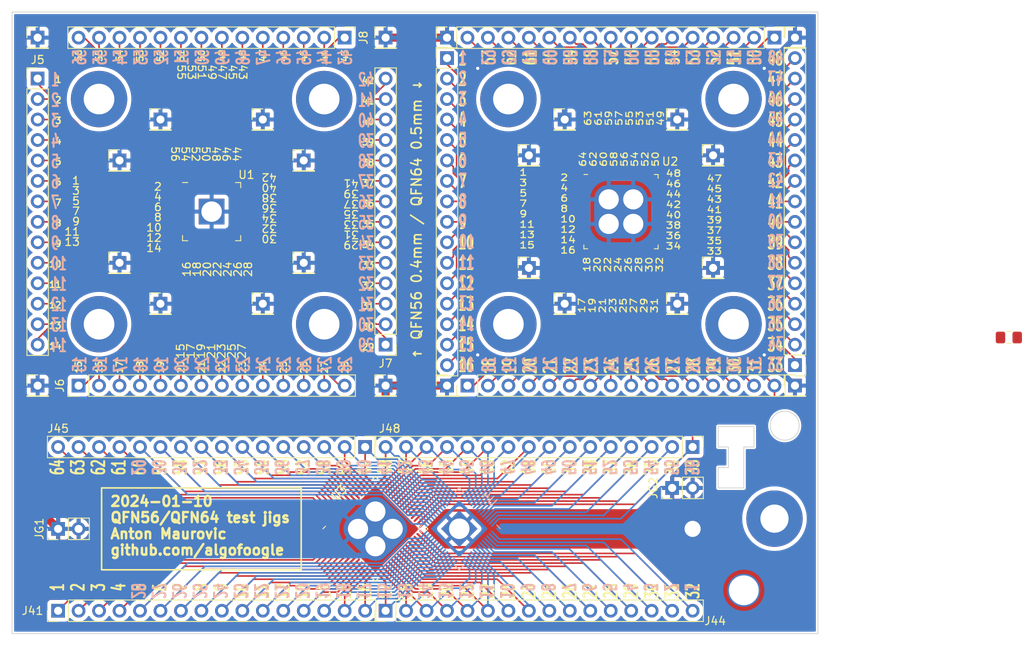
<source format=kicad_pcb>
(kicad_pcb (version 20221018) (generator pcbnew)
  (layers (0 "F.Cu" signal) (31 "B.Cu" signal) (34 "B.Paste" user) (35 "F.Paste" user) (36 "B.SilkS" user "B.Silkscreen") (37 "F.SilkS" user "F.Silkscreen") (38 "B.Mask" user) (39 "F.Mask" user) (44 "Edge.Cuts" user))
  (net 0 "")
  (net 1 "Net-(J1-Pin_1)")
  (net 2 "Net-(J1-Pin_2)")
  (net 3 "Net-(J1-Pin_3)")
  (net 4 "Net-(J1-Pin_4)")
  (net 5 "Net-(J1-Pin_5)")
  (net 6 "Net-(J1-Pin_6)")
  (net 7 "Net-(J1-Pin_7)")
  (net 8 "Net-(J1-Pin_8)")
  (net 9 "Net-(J1-Pin_9)")
  (net 10 "Net-(J1-Pin_10)")
  (net 11 "Net-(J1-Pin_11)")
  (net 12 "Net-(J1-Pin_12)")
  (net 13 "Net-(J1-Pin_13)")
  (net 14 "Net-(J1-Pin_14)")
  (net 15 "Net-(J2-Pin_1)")
  (net 16 "Net-(J2-Pin_2)")
  (net 17 "Net-(J2-Pin_3)")
  (net 18 "Net-(J2-Pin_4)")
  (net 19 "Net-(J2-Pin_5)")
  (net 20 "Net-(J2-Pin_6)")
  (net 21 "Net-(J2-Pin_7)")
  (net 22 "Net-(J2-Pin_8)")
  (net 23 "Net-(J2-Pin_9)")
  (net 24 "Net-(J2-Pin_10)")
  (net 25 "Net-(J2-Pin_11)")
  (net 26 "Net-(J2-Pin_12)")
  (net 27 "Net-(J2-Pin_13)")
  (net 28 "Net-(J2-Pin_14)")
  (net 29 "Net-(J3-Pin_1)")
  (net 30 "Net-(J3-Pin_2)")
  (net 31 "Net-(J3-Pin_3)")
  (net 32 "Net-(J3-Pin_4)")
  (net 33 "Net-(J3-Pin_5)")
  (net 34 "Net-(J3-Pin_6)")
  (net 35 "Net-(J3-Pin_7)")
  (net 36 "Net-(J3-Pin_8)")
  (net 37 "Net-(J3-Pin_9)")
  (net 38 "Net-(J3-Pin_10)")
  (net 39 "Net-(J3-Pin_11)")
  (net 40 "Net-(J3-Pin_12)")
  (net 41 "Net-(J3-Pin_13)")
  (net 42 "Net-(J3-Pin_14)")
  (net 43 "Net-(J4-Pin_1)")
  (net 44 "Net-(J4-Pin_2)")
  (net 45 "Net-(J4-Pin_3)")
  (net 46 "Net-(J4-Pin_4)")
  (net 47 "Net-(J4-Pin_5)")
  (net 48 "Net-(J4-Pin_6)")
  (net 49 "Net-(J4-Pin_7)")
  (net 50 "Net-(J4-Pin_8)")
  (net 51 "Net-(J4-Pin_9)")
  (net 52 "Net-(J4-Pin_10)")
  (net 53 "Net-(J4-Pin_11)")
  (net 54 "Net-(J4-Pin_12)")
  (net 55 "Net-(J4-Pin_13)")
  (net 56 "Net-(J4-Pin_14)")
  (net 57 "GND")
  (net 58 "Net-(J21-Pin_1)")
  (net 59 "Net-(J21-Pin_2)")
  (net 60 "Net-(J21-Pin_3)")
  (net 61 "Net-(J21-Pin_4)")
  (net 62 "Net-(J21-Pin_5)")
  (net 63 "Net-(J21-Pin_6)")
  (net 64 "Net-(J21-Pin_7)")
  (net 65 "Net-(J21-Pin_8)")
  (net 66 "Net-(J21-Pin_9)")
  (net 67 "Net-(J21-Pin_10)")
  (net 68 "Net-(J21-Pin_11)")
  (net 69 "Net-(J21-Pin_12)")
  (net 70 "Net-(J21-Pin_13)")
  (net 71 "Net-(J21-Pin_14)")
  (net 72 "Net-(J21-Pin_15)")
  (net 73 "Net-(J21-Pin_16)")
  (net 74 "Net-(J22-Pin_1)")
  (net 75 "Net-(J22-Pin_2)")
  (net 76 "Net-(J22-Pin_3)")
  (net 77 "Net-(J22-Pin_4)")
  (net 78 "Net-(J22-Pin_5)")
  (net 79 "Net-(J22-Pin_6)")
  (net 80 "Net-(J22-Pin_7)")
  (net 81 "Net-(J22-Pin_8)")
  (net 82 "Net-(J22-Pin_9)")
  (net 83 "Net-(J22-Pin_10)")
  (net 84 "Net-(J22-Pin_11)")
  (net 85 "Net-(J22-Pin_12)")
  (net 86 "Net-(J22-Pin_13)")
  (net 87 "Net-(J22-Pin_14)")
  (net 88 "Net-(J22-Pin_15)")
  (net 89 "Net-(J23-Pin_1)")
  (net 90 "Net-(J23-Pin_2)")
  (net 91 "Net-(J23-Pin_3)")
  (net 92 "Net-(J23-Pin_4)")
  (net 93 "Net-(J23-Pin_5)")
  (net 94 "Net-(J23-Pin_6)")
  (net 95 "Net-(J23-Pin_7)")
  (net 96 "Net-(J23-Pin_8)")
  (net 97 "Net-(J23-Pin_9)")
  (net 98 "Net-(J23-Pin_10)")
  (net 99 "Net-(J23-Pin_11)")
  (net 100 "Net-(J23-Pin_12)")
  (net 101 "Net-(J23-Pin_13)")
  (net 102 "Net-(J23-Pin_14)")
  (net 103 "Net-(J23-Pin_15)")
  (net 104 "Net-(J23-Pin_16)")
  (net 105 "Net-(J24-Pin_1)")
  (net 106 "Net-(J24-Pin_2)")
  (net 107 "Net-(J24-Pin_3)")
  (net 108 "Net-(J24-Pin_4)")
  (net 109 "Net-(J24-Pin_5)")
  (net 110 "Net-(J24-Pin_6)")
  (net 111 "Net-(J24-Pin_7)")
  (net 112 "Net-(J24-Pin_8)")
  (net 113 "Net-(J24-Pin_9)")
  (net 114 "Net-(J24-Pin_10)")
  (net 115 "Net-(J24-Pin_11)")
  (net 116 "Net-(J24-Pin_12)")
  (net 117 "Net-(J24-Pin_13)")
  (net 118 "Net-(J24-Pin_14)")
  (net 119 "Net-(J24-Pin_15)")
  (net 120 "Net-(J24-Pin_16)")
  (net 121 "Net-(J41-Pin_1)")
  (net 122 "Net-(J41-Pin_2)")
  (net 123 "Net-(J41-Pin_3)")
  (net 124 "Net-(J41-Pin_4)")
  (net 125 "Net-(J45-Pin_13)")
  (net 126 "Net-(J45-Pin_14)")
  (net 127 "Net-(J45-Pin_15)")
  (net 128 "Net-(J45-Pin_16)")
  (net 129 "/U4_28")
  (net 130 "/U4_27")
  (net 131 "/U4_26")
  (net 132 "/U4_25")
  (net 133 "/U4_24")
  (net 134 "/U4_23")
  (net 135 "/U4_22")
  (net 136 "/U4_21")
  (net 137 "/U4_20")
  (net 138 "/U4_19")
  (net 139 "/U4_18")
  (net 140 "/U4_17")
  (net 141 "/U4_16")
  (net 142 "/U4_15")
  (net 143 "/U4_14")
  (net 144 "/U4_13")
  (net 145 "/U4_12")
  (net 146 "/U4_11")
  (net 147 "/U4_10")
  (net 148 "/U4_09")
  (net 149 "/U4_08")
  (net 150 "/U4_07")
  (net 151 "/U4_06")
  (net 152 "/U4_05")
  (net 153 "/U4_04")
  (net 154 "/U4_03")
  (net 155 "/U4_02")
  (net 156 "/U4_01")
  (net 157 "/U4_56")
  (net 158 "/U4_55")
  (net 159 "/U4_54")
  (net 160 "/U4_53")
  (net 161 "/U4_52")
  (net 162 "/U4_51")
  (net 163 "/U4_50")
  (net 164 "/U4_49")
  (net 165 "/U4_48")
  (net 166 "/U4_47")
  (net 167 "/U4_46")
  (net 168 "/U4_45")
  (net 169 "/U4_44")
  (net 170 "/U4_43")
  (net 171 "/U4_29")
  (net 172 "/U4_30")
  (net 173 "/U4_31")
  (net 174 "/U4_32")
  (net 175 "/U4_33")
  (net 176 "/U4_34")
  (net 177 "/U4_35")
  (net 178 "/U4_36")
  (net 179 "/U4_37")
  (net 180 "/U4_38")
  (net 181 "/U4_39")
  (net 182 "/U4_40")
  (net 183 "/U4_41")
  (net 184 "/U4_42")
  (footprint "Connector_PinHeader_2.54mm:PinHeader_1x01_P2.54mm_Vertical" (layer "F.Cu") (at 91.44 83.82)
    (fp_text reference "J15" hide)
    (fp_text value "Conn_01x01")
  )
  (footprint "Connector_PinHeader_2.54mm:PinHeader_1x16_P2.54mm_Vertical" (layer "F.Cu") (at 78.74 121.92 90)
    (fp_text reference "J41")
    (fp_text value "Conn_01x16")
  )
  (footprint "Connector_PinHeader_2.54mm:PinHeader_1x01_P2.54mm_Vertical" (layer "F.Cu") (at 119.38 50.8)
    (fp_text reference "J10" hide)
    (fp_text value "Conn_01x01")
  )
  (footprint "Connector_PinHeader_2.54mm:PinHeader_1x01_P2.54mm_Vertical" (layer "F.Cu") (at 155.575 83.82)
    (fp_text reference "J37" hide)
    (fp_text value "Conn_01x01")
  )
  (footprint "Anton:QFN-64-1EP_9x9mm_P0.5mm_EP7.65x7.65mm-HOLE" (layer "F.Cu") (at 118.11 111.76 45)
    (fp_text reference "U3")
    (fp_text value "~")
  )
  (footprint "Connector_PinHeader_2.54mm:PinHeader_1x01_P2.54mm_Vertical" (layer "F.Cu") (at 86.36 78.74)
    (fp_text reference "J14" hide)
    (fp_text value "Conn_01x01")
  )
  (footprint "Connector_PinHeader_2.54mm:PinHeader_1x16_P2.54mm_Vertical" (layer "F.Cu") (at 170.18 91.44 180)
    (fp_text reference "J27" hide)
    (fp_text value "Conn_01x16")
  )
  (footprint "Connector_PinHeader_2.54mm:PinHeader_1x14_P2.54mm_Vertical" (layer "F.Cu") (at 76.2 55.88)
    (fp_text reference "J5")
    (fp_text value "Conn_01x14")
  )
  (footprint "MountingHole:MountingHole_3.7mm_Pad_TopOnly" (layer "F.Cu") (at 163.83 119.38)
    (fp_text reference "REF**" hide)
    (fp_text value "MountingHole_3.7mm_Pad_TopOnly")
  )
  (footprint "Anton:Anton_Pads_01x14_1.27mm_SMD" (layer "F.Cu") (at 112.395 76.2 180)
    (fp_text reference "J3" hide)
    (fp_text value "Conn_01x14")
  )
  (footprint "Anton:Anton_Pads_01x16_1.27mm_SMD" (layer "F.Cu") (at 162.56 77.216 180)
    (fp_text reference "J23" hide)
    (fp_text value "Conn_01x16")
  )
  (footprint "Connector_PinHeader_2.54mm:PinHeader_1x01_P2.54mm_Vertical" (layer "F.Cu") (at 137.16 65.405)
    (fp_text reference "J40" hide)
    (fp_text value "Conn_01x01")
  )
  (footprint "Anton:QFN-64-1EP_9x9mm_P0.5mm_EP7.65x7.65mm-HOLE" (layer "F.Cu") (at 148.59 72.39)
    (fp_text reference "U2")
    (fp_text value "~")
  )
  (footprint "MountingHole:MountingHole_3.5mm_Pad_TopBottom" (layer "F.Cu") (at 167.64 110.49)
    (fp_text reference "REF**" hide)
    (fp_text value "MountingHole_3.5mm_Pad_TopBottom")
  )
  (footprint "Anton:QFN-56-1EP_7x7mm_P0.4mm_EP3.2x3.2mm-HOLE" (layer "F.Cu") (at 97.79 72.39)
    (fp_text reference "U1")
    (fp_text value "~")
  )
  (footprint "Connector_PinHeader_2.54mm:PinHeader_1x01_P2.54mm_Vertical" (layer "F.Cu") (at 127 50.8)
    (fp_text reference "J29" hide)
    (fp_text value "Conn_01x01")
  )
  (footprint "Connector_PinHeader_2.54mm:PinHeader_1x01_P2.54mm_Vertical" (layer "F.Cu") (at 86.36 66.04)
    (fp_text reference "J13" hide)
    (fp_text value "Conn_01x01")
  )
  (footprint "Connector_PinHeader_2.54mm:PinHeader_1x01_P2.54mm_Vertical" (layer "F.Cu") (at 160.02 79.375)
    (fp_text reference "J36" hide)
    (fp_text value "Conn_01x01")
  )
  (footprint "Connector_PinHeader_2.54mm:PinHeader_1x01_P2.54mm_Vertical" (layer "F.Cu") (at 141.605 60.96)
    (fp_text reference "J33" hide)
    (fp_text value "Conn_01x01")
  )
  (footprint "Anton:Anton_Pads_01x14_1.27mm_SMD" (layer "F.Cu") (at 93.98 86.995 90)
    (fp_text reference "J2" hide)
    (fp_text value "Conn_01x14")
  )
  (footprint "Connector_PinHeader_2.54mm:PinHeader_1x01_P2.54mm_Vertical" (layer "F.Cu") (at 137.16 79.375)
    (fp_text reference "J39" hide)
    (fp_text value "Conn_01x01")
  )
  (footprint "Connector_PinHeader_2.54mm:PinHeader_1x01_P2.54mm_Vertical" (layer "F.Cu") (at 170.18 50.8)
    (fp_text reference "J30" hide)
    (fp_text value "Conn_01x01")
  )
  (footprint "Connector_PinHeader_2.54mm:PinHeader_1x01_P2.54mm_Vertical" (layer "F.Cu") (at 104.14 60.96)
    (fp_text reference "J19" hide)
    (fp_text value "Conn_01x01")
  )
  (footprint "Anton:Anton_Pads_01x14_1.27mm_SMD" (layer "F.Cu") (at 101.6 57.785 -90)
    (fp_text reference "J4" hide)
    (fp_text value "Conn_01x14")
  )
  (footprint "Connector_PinHeader_2.54mm:PinHeader_1x02_P2.54mm_Vertical" (layer "F.Cu") (at 154.94 106.68 90)
    (fp_text reference "JG2")
    (fp_text value "Conn_01x02")
  )
  (footprint "Capacitor_SMD:C_0805_2012Metric_Pad1.18x1.45mm_HandSolder" (layer "F.Cu") (at 196.723 88.011)
    (fp_text reference "REF**" hide)
    (fp_text value "C_0805_2012Metric_Pad1.18x1.45mm_HandSolder" hide)
  )
  (footprint "Connector_PinHeader_2.54mm:PinHeader_1x01_P2.54mm_Vertical" (layer "F.Cu") (at 91.44 60.96)
    (fp_text reference "J20" hide)
    (fp_text value "Conn_01x01")
  )
  (footprint "Connector_PinHeader_2.54mm:PinHeader_1x16_P2.54mm_Vertical" (layer "F.Cu") (at 157.48 101.6 -90)
    (fp_text reference "J48")
    (fp_text value "Conn_01x16")
  )
  (footprint "Connector_PinHeader_2.54mm:PinHeader_1x01_P2.54mm_Vertical" (layer "F.Cu") (at 109.22 66.04)
    (fp_text reference "J18" hide)
    (fp_text value "Conn_01x01")
  )
  (footprint "Anton:Anton_Pads_01x16_1.27mm_SMD" (layer "F.Cu") (at 153.416 58.42 -90)
    (fp_text reference "J24" hide)
    (fp_text value "Conn_01x16")
  )
  (footprint "Connector_PinHeader_2.54mm:PinHeader_1x01_P2.54mm_Vertical" (layer "F.Cu") (at 141.605 83.82)
    (fp_text reference "J38" hide)
    (fp_text value "Conn_01x01")
  )
  (footprint "Anton:Anton_Pads_01x14_1.27mm_SMD" (layer "F.Cu") (at 83.185 68.58)
    (fp_text reference "J1" hide)
    (fp_text value "Conn_01x14")
  )
  (footprint "Connector_PinHeader_2.54mm:PinHeader_1x16_P2.54mm_Vertical" (layer "F.Cu") (at 116.84 101.6 -90)
    (fp_text reference "J45")
    (fp_text value "Conn_01x16")
  )
  (footprint "Connector_PinHeader_2.54mm:PinHeader_1x01_P2.54mm_Vertical" (layer "F.Cu") (at 160.02 65.405)
    (fp_text reference "J35" hide)
    (fp_text value "Conn_01x01")
  )
  (footprint "Anton:Anton_Pads_01x16_1.27mm_SMD" (layer "F.Cu") (at 143.764 86.36 90)
    (fp_text reference "J22" hide)
    (fp_text value "Conn_01x16")
  )
  (footprint "Connector_PinHeader_2.54mm:PinHeader_1x01_P2.54mm_Vertical" (layer "F.Cu") (at 76.2 50.8)
    (fp_text reference "J9" hide)
    (fp_text value "Conn_01x01")
  )
  (footprint "Connector_PinHeader_2.54mm:PinHeader_1x01_P2.54mm_Vertical" (layer "F.Cu") (at 109.22 78.74)
    (fp_text reference "J17" hide)
    (fp_text value "Conn_01x01")
  )
  (footprint "Connector_PinHeader_2.54mm:PinHeader_1x16_P2.54mm_Vertical" (layer "F.Cu") (at 167.64 50.8 -90)
    (fp_text reference "J28" hide)
    (fp_text value "Conn_01x16")
  )
  (footprint "Connector_PinHeader_2.54mm:PinHeader_1x01_P2.54mm_Vertical" (layer "F.Cu") (at 127 93.98)
    (fp_text reference "J32" hide)
    (fp_text value "Conn_01x01")
  )
  (footprint "Connector_PinHeader_2.54mm:PinHeader_1x01_P2.54mm_Vertical" (layer "F.Cu") (at 119.38 93.98)
    (fp_text reference "J11" hide)
    (fp_text value "Conn_01x01")
  )
  (footprint "Connector_PinHeader_2.54mm:PinHeader_1x02_P2.54mm_Vertical" (layer "F.Cu") (at 78.74 111.76 90)
    (fp_text reference "JG1")
    (fp_text value "Conn_01x02")
  )
  (footprint "Connector_PinHeader_2.54mm:PinHeader_1x16_P2.54mm_Vertical" (layer "F.Cu") (at 127 53.34)
    (fp_text reference "J25" hide)
    (fp_text value "Conn_01x16")
  )
  (footprint "Connector_PinHeader_2.54mm:PinHeader_1x01_P2.54mm_Vertical" (layer "F.Cu") (at 104.14 83.82)
    (fp_text reference "J16" hide)
    (fp_text value "Conn_01x01")
  )
  (footprint "Connector_PinHeader_2.54mm:PinHeader_1x16_P2.54mm_Vertical" (layer "F.Cu") (at 129.54 93.98 90)
    (fp_text reference "J26" hide)
    (fp_text value "Conn_01x16")
  )
  (footprint "Connector_PinHeader_2.54mm:PinHeader_1x01_P2.54mm_Vertical" (layer "F.Cu") (at 76.2 93.98)
    (fp_text reference "J12" hide)
    (fp_text value "Conn_01x01")
  )
  (footprint "Connector_PinHeader_2.54mm:PinHeader_1x14_P2.54mm_Vertical" (layer "F.Cu") (at 114.3 50.8 -90)
    (fp_text reference "J8")
    (fp_text value "Conn_01x14")
  )
  (footprint "Connector_PinHeader_2.54mm:PinHeader_1x16_P2.54mm_Vertical" (layer "F.Cu") (at 119.38 121.92 90)
    (fp_text reference "J44")
    (fp_text value "Conn_01x16")
  )
  (footprint "Connector_PinHeader_2.54mm:PinHeader_1x14_P2.54mm_Vertical" (layer "F.Cu") (at 119.38 88.9 180)
    (fp_text reference "J7")
    (fp_text value "Conn_01x14")
  )
  (footprint "Connector_PinHeader_2.54mm:PinHeader_1x01_P2.54mm_Vertical" (layer "F.Cu") (at 170.18 93.98)
    (fp_text reference "J31" hide)
    (fp_text value "Conn_01x01")
  )
  (footprint "Connector_PinHeader_2.54mm:PinHeader_1x01_P2.54mm_Vertical" (layer "F.Cu") (at 155.575 60.96)
    (fp_text reference "J34" hide)
    (fp_text value "Conn_01x01")
  )
  (footprint "Connector_PinHeader_2.54mm:PinHeader_1x14_P2.54mm_Vertical" (layer "F.Cu") (at 81.28 93.98 90)
    (fp_text reference "J6")
    (fp_text value "Conn_01x14")
  )
  (footprint "Anton:Anton_Pads_01x16_1.27mm_SMD" (layer "F.Cu") (at 134.62 67.564)
    (fp_text reference "J21" hide)
    (fp_text value "Conn_01x16")
  )
  (footprint "Anton:QFN-56-1EP_7x7mm_P0.4mm_EP3.2x3.2mm-HOLE" (layer "B.Cu") (at 128.524 111.744 135)
    (fp_text reference "U4")
    (fp_text value "~")
  )
  (gr_poly (pts (xy 160.655 99.06) (xy 165.1 99.06) (xy 165.1 101.6) (xy 163.83 101.6) (xy 163.83 105.41) (xy 163.83 106.68) (xy 160.655 106.68) (xy 160.655 104.14) (xy 161.925 104.14) (xy 161.925 101.6) (xy 160.655 101.6)) (stroke (width 0.1)) (fill none) (layer "Edge.Cuts"))
  (gr_rect (start 73.025 47.625) (end 173.025 124.765) (stroke (width 0.1)) (fill none) (layer "Edge.Cuts"))
  (gr_circle (center 168.91 98.955) (end 170.71 98.955) (stroke (width 0.1)) (fill none) (layer "Edge.Cuts"))
  (gr_text "1\n2\n3\n4\n5\n6\n7\n8\n9\n10\n11\n12\n13\n14\n15\n16" (at 128.33 92.263) (layer "B.SilkS") (effects (font (size 1.575 1) (thickness 0.25) bold) (justify right bottom mirror)))
  (gr_text "48\n47\n46\n45\n44\n43\n42\n41\n40\n39\n38\n37\n36\n35\n34\n33" (at 168.91 92.263) (layer "B.SilkS") (effects (font (size 1.575 1) (thickness 0.25) bold) (justify left bottom mirror)))
  (gr_text "1\n2\n3\n4\n5\n6\n7\n8\n9\n10\n11\n12\n13\n14" (at 77.724 89.916) (layer "B.SilkS") (effects (font (size 1.575 1) (thickness 0.25) bold) (justify right bottom mirror)))
  (gr_text "42\n41\n40\n39\n38\n37\n36\n35\n34\n33\n32\n31\n30\n29" (at 115.824 89.916) (layer "B.SilkS") (effects (font (size 1.575 1) (thickness 0.25) bold) (justify right bottom mirror)))
  (gr_text "\n18\n19\n20\n21\n22\n23\n24\n25\n26\n27\n28\n29\n30\n31" (at 166.116 92.456 90) (layer "B.SilkS") (effects (font (size 1.575 1) (thickness 0.25) bold) (justify right bottom mirror)))
  (gr_text "\n63\n62\n61\n60\n59\n58\n57\n56\n55\n54\n53\n52\n51\n50" (at 166.116 54.356 90) (layer "B.SilkS") (effects (font (size 1.575 1) (thickness 0.25) bold) (justify right bottom mirror)))
  (gr_text "\n56\n55\n54\n53\n52\n51\n50\n49\n48\n47\n46\n45\n44\n43" (at 115.316 54.356 90) (layer "B.SilkS") (effects (font (size 1.575 1) (thickness 0.25) bold) (justify right bottom mirror)))
  (gr_text "\n15\n16\n17\n18\n19\n20\n21\n22\n23\n24\n25\n26\n27\n28" (at 115.316 92.456 90) (layer "B.SilkS") (effects (font (size 1.575 1) (thickness 0.25) bold) (justify right bottom mirror)))
  (gr_text "56\n55\n54\n53\n52\n51\n50\n49\n48\n47\n46\n45\n44\n43\n42\n41\n40\n39\n38\n37\n36\n35\n34\n33\n32\n31\n30\n29" (at 158.242 102.997 270) (layer "B.SilkS") (effects (font (size 1.58 1) (thickness 0.25) bold) (justify right top mirror)))
  (gr_text "1\n2\n3\n4\n5\n6\n7\n8\n9\n10\n11\n12\n13\n14\n15\n16\n17\n18\n19\n20\n21\n22\n23\n24\n25\n26\n27\n28" (at 158.242 118.364 270) (layer "B.SilkS") (effects (font (size 1.58 1) (thickness 0.25) bold) (justify right top mirror)))
  (gr_text "41" (at 114.046 68.326 180) (layer "F.SilkS") (effects (font (size 0.95 1)) (justify right bottom)))
  (gr_text "\n18\n19\n20\n21\n22\n23\n24\n25\n26\n27\n28\n29\n30\n31" (at 166.116 90.424 90) (layer "F.SilkS") (effects (font (size 1.575 1) (thickness 0.25) bold) (justify right bottom)))
  (gr_text "45" (at 99.822 56.134 270) (layer "F.SilkS") (effects (font (size 0.95 1)) (justify right bottom)))
  (gr_text "27" (at 102.108 88.646 90) (layer "F.SilkS") (effects (font (size 0.95 1)) (justify right bottom)))
  (gr_text "20" (at 97.79 78.486 90) (layer "F.SilkS") (effects (font (size 0.95 1)) (justify right bottom)))
  (gr_text "6" (at 91.694 72.39) (layer "F.SilkS") (effects (font (size 0.95 1)) (justify right bottom)))
  (gr_text "56\n\n55\n\n54\n\n53\n\n52\n\n51\n\n50\n\n49\n\n48\n\n47\n\n46\n\n45\n\n44\n\n43" (at 114.808 53.91 90) (layer "F.SilkS") (effects (font (size 0.79 0.79) (thickness 0.175) bold) (justify left bottom)))
  (gr_text "24" (at 100.33 78.486 90) (layer "F.SilkS") (effects (font (size 0.95 1)) (justify right bottom)))
  (gr_text "64\n63\n62\n61\n60\n59\n58\n57\n56\n55\n54\n53\n52\n51\n50\n49\n48\n47\n46\n45\n44\n43\n42\n41\n40\n39\n38\n37\n36\n35\n34\n33" (at 77.724 102.997 90) (layer "F.SilkS") (effects (font (size 1.58 1) (thickness 0.25) bold) (justify right top)))
  (gr_text "46" (at 99.06 66.294 270) (layer "F.SilkS") (effects (font (size 0.95 1)) (justify right bottom)))
  (gr_text "21" (at 98.298 88.646 90) (layer "F.SilkS") (effects (font (size 0.95 1)) (justify right bottom)))
  (gr_text "32" (at 103.886 73.914 180) (layer "F.SilkS") (effects (font (size 0.95 1)) (justify right bottom)))
  (gr_text "↑ QFN56 0.4mm / QFN64 0.5mm ↓" (at 123.952 90.932 90) (layer "F.SilkS") (effects (font (size 1.25 1.25) (thickness 0.2)) (justify left bottom)))
  (gr_text "39" (at 114.046 69.596 180) (layer "F.SilkS") (effects (font (size 0.95 1)) (justify right bottom)))
  (gr_text "50" (at 96.52 66.294 270) (layer "F.SilkS") (effects (font (size 0.95 1)) (justify right bottom)))
  (gr_text "42" (at 103.886 67.564 180) (layer "F.SilkS") (effects (font (size 0.95 1)) (justify right bottom)))
  (gr_text "37" (at 114.046 70.866 180) (layer "F.SilkS") (effects (font (size 0.95 1)) (justify right bottom)))
  (gr_text "30" (at 103.886 75.184 180) (layer "F.SilkS") (effects (font (size 0.95 1)) (justify right bottom)))
  (gr_text "19" (at 97.028 88.646 90) (layer "F.SilkS") (effects (font (size 0.95 1)) (justify right bottom)))
  (gr_text "11" (at 81.534 75.438) (layer "F.SilkS") (effects (font (size 0.95 1)) (justify right bottom)))
  (gr_text "10" (at 91.694 74.93) (layer "F.SilkS") (effects (font (size 0.95 1)) (justify right bottom)))
  (gr_text "48\n47\n46\n45\n44\n43\n42\n41\n40\n39\n38\n37\n36\n35\n34\n33" (at 168.85 92.39) (layer "F.SilkS") (effects (font (size 1.575 1) (thickness 0.25) bold) (justify right bottom)))
  (gr_text "2" (at 91.694 69.85) (layer "F.SilkS") (effects (font (size 0.95 1)) (justify right bottom)))
  (gr_text "48" (at 97.79 66.294 270) (layer "F.SilkS") (effects (font (size 0.95 1)) (justify right bottom)))
  (gr_text "9" (at 81.534 74.168) (layer "F.SilkS") (effects (font (size 0.95 1)) (justify right bottom)))
  (gr_text "28" (at 102.87 78.486 90) (layer "F.SilkS") (effects (font (size 0.95 1)) (justify right bottom)))
  (gr_text "18\n20\n22\n24\n26\n28\n30\n32" (at 143.891 80.01 90) (layer "F.SilkS") (effects (font (size 0.8 1)) (justify left top)))
  (gr_text "7" (at 81.534 72.898) (layer "F.SilkS") (effects (font (size 0.95 1)) (justify right bottom)))
  (gr_text "12" (at 91.694 76.2) (layer "F.SilkS") (effects (font (size 0.95 1)) (justify right bottom)))
  (gr_text "26" (at 101.6 78.486 90) (layer "F.SilkS") (effects (font (size 0.95 1)) (justify right bottom)))
  (gr_text "48\n46\n44\n42\n40\n38\n36\n34" (at 154.051 67.183) (layer "F.SilkS") (effects (font (size 0.8 1)) (justify left top)))
  (gr_text "51" (at 96.012 56.134 270) (layer "F.SilkS") (effects (font (size 0.95 1)) (justify right bottom)))
  (gr_text "42\n\n41\n\n40\n\n39\n\n38\n\n37\n\n36\n\n35\n\n34\n\n33\n\n32\n\n31\n\n30\n\n29" (at 116.332 89.662) (layer "F.SilkS") (effects (font (size 0.79 0.79) (thickness 0.175) bold) (justify left bottom)))
  (gr_text "25" (at 100.838 88.646 90) (layer "F.SilkS") (effects (font (size 0.95 1)) (justify right bottom)))
  (gr_text "1\n\n2\n\n3\n\n4\n\n5\n\n6\n\n7\n\n8\n\n9\n\n10\n\n11\n\n12\n\n13\n\n14" (at 79.248 89.535) (layer "F.SilkS") (effects (font (size 0.79 0.79) (thickness 0.175) bold) (justify right bottom)))
  (gr_text "47" (at 98.552 56.134 270) (layer "F.SilkS") (effects (font (size 0.95 1)) (justify right bottom)))
  (gr_text "56" (at 92.71 66.294 270) (layer "F.SilkS") (effects (font (size 0.95 1)) (justify right bottom)))
  (gr_text "23" (at 99.568 88.646 90) (layer "F.SilkS") (effects (font (size 0.95 1)) (justify right bottom)))
  (gr_text "40" (at 103.886 68.834 180) (layer "F.SilkS") (effects (font (size 0.95 1)) (justify right bottom)))
  (gr_text "49" (at 97.282 56.134 270) (layer "F.SilkS") (effects (font (size 0.95 1)) (justify right bottom)))
  (gr_text "63\n61\n59\n57\n55\n53\n51\n49" (at 144.018 61.849 90) (layer "F.SilkS") (effects (font (size 0.8 1)) (justify left top)))
  (gr_text "22" (at 99.06 78.486 90) (layer "F.SilkS") (effects (font (size 0.95 1)) (justify right bottom)))
  (gr_text "16" (at 95.25 78.486 90) (layer "F.SilkS") (effects (font (size 0.95 1)) (justify right bottom)))
  (gr_text "1" (at 81.534 69.088) (layer "F.SilkS") (effects (font (size 0.95 1)) (justify right bottom)))
  (gr_text "1\n3\n5\n7\n9\n11\n13\n15" (at 135.89 67.056) (layer "F.SilkS") (effects (font (size 0.8 1)) (justify left top)))
  (gr_text "47\n45\n43\n41\n39\n37\n35\n33" (at 159.131 67.818) (layer "F.SilkS") (effects (font (size 0.8 1)) (justify left top)))
  (gr_text "17\n19\n21\n23\n25\n27\n29\n31" (at 143.256 85.09 90) (layer "F.SilkS") (effects (font (size 0.8 1)) (justify left top)))
  (gr_text "31" (at 114.046 74.676 180) (layer "F.SilkS") (effects (font (size 0.95 1)) (justify right bottom)))
  (gr_text "5" (at 81.534 71.628) (layer "F.SilkS") (effects (font (size 0.95 1)) (justify right bottom)))
  (gr_text "34" (at 103.886 72.644 180) (layer "F.SilkS") (effects (font (size 0.95 1)) (justify right bottom)))
  (gr_text "15\n\n16\n\n17\n\n18\n\n19\n\n20\n\n21\n\n22\n\n23\n\n24\n\n25\n\n26\n\n27\n\n28" (at 114.808 92.56 90) (layer "F.SilkS") (effects (font (size 0.79 0.79) (thickness 0.175) bold) (justify left bottom)))
  (gr_text "17" (at 95.758 88.646 90) (layer "F.SilkS") (effects (font (size 0.95 1)) (justify right bottom)))
  (gr_text "35" (at 114.046 72.136 180) (layer "F.SilkS") (effects (font (size 0.95 1)) (justify right bottom)))
  (gr_text "3" (at 81.534 70.358) (layer "F.SilkS") (effects (font (size 0.95 1)) (justify right bottom)))
  (gr_text "64\n62\n60\n58\n56\n54\n52\n50" (at 143.383 66.929 90) (layer "F.SilkS") (effects (font (size 0.8 1)) (justify left top)))
  (gr_text "14" (at 91.694 77.47) (layer "F.SilkS") (effects (font (size 0.95 1)) (justify right bottom)))
  (gr_text "2\n4\n6\n8\n10\n12\n14\n16" (at 140.97 67.691) (layer "F.SilkS") (effects (font (size 0.8 1)) (justify left top)))
  (gr_text "33" (at 114.046 73.406 180) (layer "F.SilkS") (effects (font (size 0.95 1)) (justify right bottom)))
  (gr_text "\n63\n62\n61\n60\n59\n58\n57\n56\n55\n54\n53\n52\n51\n50" (at 166.116 52.13 90) (layer "F.SilkS") (effects (font (size 1.575 1) (thickness 0.25) bold) (justify right bottom)))
  (gr_text "52" (at 95.25 66.294 270) (layer "F.SilkS") (effects (font (size 0.95 1)) (justify right bottom)))
  (gr_text "1\n2\n3\n4\n5\n6\n7\n8\n9\n10\n11\n12\n13\n14\n15\n16\n17\n18\n19\n20\n21\n22\n23\n24\n25\n26\n27\n28\n29\n30\n31\n32" (at 77.724 118.364 90) (layer "F.SilkS") (effects (font (size 1.58 1) (thickness 0.25) bold) (justify right top)))
  (gr_text "53" (at 94.742 56.134 270) (layer "F.SilkS") (effects (font (size 0.95 1)) (justify right bottom)))
  (gr_text "44" (at 100.33 66.294 270) (layer "F.SilkS") (effects (font (size 0.95 1)) (justify right bottom)))
  (gr_text "18" (at 96.52 78.486 90) (layer "F.SilkS") (effects (font (size 0.95 1)) (justify right bottom)))
  (gr_text "15" (at 94.488 88.646 90) (layer "F.SilkS") (effects (font (size 0.95 1)) (justify right bottom)))
  (gr_text "29" (at 114.046 75.946 180) (layer "F.SilkS") (effects (font (size 0.95 1)) (justify right bottom)))
  (gr_text "1\n2\n3\n4\n5\n6\n7\n8\n9\n10\n11\n12\n13\n14\n15\n16" (at 128.27 92.39) (layer "F.SilkS") (effects (font (size 1.575 1) (thickness 0.25) bold) (justify left bottom)))
  (gr_text "54" (at 93.98 66.294 270) (layer "F.SilkS") (effects (font (size 0.95 1)) (justify right bottom)))
  (gr_text "8" (at 91.694 73.66) (layer "F.SilkS") (effects (font (size 0.95 1)) (justify right bottom)))
  (gr_text "38" (at 103.886 70.104 180) (layer "F.SilkS") (effects (font (size 0.95 1)) (justify right bottom)))
  (gr_text "13" (at 81.534 76.708) (layer "F.SilkS") (effects (font (size 0.95 1)) (justify right bottom)))
  (gr_text "36" (at 103.886 71.374 180) (layer "F.SilkS") (effects (font (size 0.95 1)) (justify right bottom)))
  (gr_text "43" (at 101.092 56.134 270) (layer "F.SilkS") (effects (font (size 0.95 1)) (justify right bottom)))
  (gr_text "4" (at 91.694 71.12) (layer "F.SilkS") (effects (font (size 0.95 1)) (justify right bottom)))
  (gr_text "55" (at 93.472 56.134 270) (layer "F.SilkS") (effects (font (size 0.95 1)) (justify right bottom)))
  (gr_text_box "2024-01-10\nQFN56/QFN64 test jigs\nAnton Maurovic\ngithub.com/algofoogle" (start 84.1375 106.68) (end 108.9025 116.84) (layer "F.SilkS") (effects (font (size 1.25 1.25) (thickness 0.3) bold) (justify left top)) (stroke (width 0.2)))
  (via (at 111.76 58.42) (size 7) (drill 3.8) (layers "F.Cu" "B.Cu") (net 0))
  (via (at 162.56 86.36) (size 7) (drill 3.8) (layers "F.Cu" "B.Cu") (net 0))
  (via (at 83.82 86.36) (size 7) (drill 3.8) (layers "F.Cu" "B.Cu") (net 0))
  (via (at 134.62 86.36) (size 7) (drill 3.8) (layers "F.Cu" "B.Cu") (net 0))
  (via (at 83.82 58.42) (size 7) (drill 3.8) (layers "F.Cu" "B.Cu") (net 0))
  (via (at 111.76 86.36) (size 7) (drill 3.8) (layers "F.Cu" "B.Cu") (net 0))
  (via (at 134.62 58.42) (size 7) (drill 3.8) (layers "F.Cu" "B.Cu") (net 0))
  (via (at 162.56 58.42) (size 7) (drill 3.8) (layers "F.Cu" "B.Cu") (net 0))
  (segment (start 92.65 69.79) (end 94.3525 69.79) (width 0.2) (layer "F.Cu") (net 1))
  (segment (start 82.55 67.945) (end 82.55 62.865) (width 0.2) (layer "F.Cu") (net 1))
  (segment (start 83.185 68.58) (end 91.44 68.58) (width 0.2) (layer "F.Cu") (net 1))
  (segment (start 76.2 56.515) (end 76.2 55.88) (width 0.2) (layer "F.Cu") (net 1))
  (segment (start 83.185 68.58) (end 82.55 67.945) (width 0.2) (layer "F.Cu") (net 1))
  (segment (start 82.55 62.865) (end 76.2 56.515) (width 0.2) (layer "F.Cu") (net 1))
  (segment (start 91.44 68.58) (end 92.65 69.79) (width 0.2) (layer "F.Cu") (net 1))
  (segment (start 81.909448 69.215) (end 88.265 69.215) (width 0.2) (layer "F.Cu") (net 2))
  (segment (start 76.2 58.42) (end 77.539314 58.42) (width 0.2) (layer "F.Cu") (net 2))
  (segment (start 81.28 62.160686) (end 81.28 68.585552) (width 0.2) (layer "F.Cu") (net 2))
  (segment (start 77.539314 58.42) (end 81.28 62.160686) (width 0.2) (layer "F.Cu") (net 2))
  (segment (start 91.509314 69.215) (end 92.484315 70.19) (width 0.2) (layer "F.Cu") (net 2))
  (segment (start 92.484315 70.19) (end 94.3525 70.19) (width 0.2) (layer "F.Cu") (net 2))
  (segment (start 81.28 68.585552) (end 81.909448 69.215) (width 0.2) (layer "F.Cu") (net 2))
  (segment (start 88.265 69.215) (end 91.509314 69.215) (width 0.2) (layer "F.Cu") (net 2))
  (segment (start 76.2 60.96) (end 78.74 60.96) (width 0.2) (layer "F.Cu") (net 3))
  (segment (start 78.74 60.96) (end 80.645 62.865) (width 0.2) (layer "F.Cu") (net 3))
  (segment (start 91.578628 69.85) (end 92.31863 70.59) (width 0.2) (layer "F.Cu") (net 3))
  (segment (start 83.185 69.85) (end 91.578628 69.85) (width 0.2) (layer "F.Cu") (net 3))
  (segment (start 92.31863 70.59) (end 94.3525 70.59) (width 0.2) (layer "F.Cu") (net 3))
  (segment (start 80.645 69.215) (end 81.28 69.85) (width 0.2) (layer "F.Cu") (net 3))
  (segment (start 80.645 62.865) (end 80.645 69.215) (width 0.2) (layer "F.Cu") (net 3))
  (segment (start 81.28 69.85) (end 83.185 69.85) (width 0.2) (layer "F.Cu") (net 3))
  (segment (start 76.2 63.5) (end 79.375 63.5) (width 0.2) (layer "F.Cu") (net 4))
  (segment (start 81.28 70.485) (end 88.265 70.485) (width 0.2) (layer "F.Cu") (net 4))
  (segment (start 91.647944 70.485) (end 92.152945 70.99) (width 0.2) (layer "F.Cu") (net 4))
  (segment (start 92.152945 70.99) (end 94.3525 70.99) (width 0.2) (layer "F.Cu") (net 4))
  (segment (start 79.375 63.5) (end 80.01 64.135) (width 0.2) (layer "F.Cu") (net 4))
  (segment (start 88.265 70.485) (end 91.647944 70.485) (width 0.2) (layer "F.Cu") (net 4))
  (segment (start 80.01 64.135) (end 80.01 69.215) (width 0.2) (layer "F.Cu") (net 4))
  (segment (start 80.01 69.215) (end 81.28 70.485) (width 0.2) (layer "F.Cu") (net 4))
  (segment (start 91.71726 71.12) (end 91.98726 71.39) (width 0.2) (layer "F.Cu") (net 5))
  (segment (start 91.98726 71.39) (end 94.3525 71.39) (width 0.2) (layer "F.Cu") (net 5))
  (segment (start 83.185 71.12) (end 91.71726 71.12) (width 0.2) (layer "F.Cu") (net 5))
  (segment (start 81.28 71.12) (end 83.185 71.12) (width 0.2) (layer "F.Cu") (net 5))
  (segment (start 78.74 66.04) (end 79.375 66.675) (width 0.2) (layer "F.Cu") (net 5))
  (segment (start 79.375 69.215) (end 81.28 71.12) (width 0.2) (layer "F.Cu") (net 5))
  (segment (start 79.375 66.675) (end 79.375 69.215) (width 0.2) (layer "F.Cu") (net 5))
  (segment (start 76.2 66.04) (end 78.74 66.04) (width 0.2) (layer "F.Cu") (net 5))
  (segment (start 88.3 71.79) (end 94.3525 71.79) (width 0.2) (layer "F.Cu") (net 6))
  (segment (start 76.2 68.58) (end 78.105 68.58) (width 0.2) (layer "F.Cu") (net 6))
  (segment (start 78.105 68.58) (end 81.28 71.755) (width 0.2) (layer "F.Cu") (net 6))
  (segment (start 81.28 71.755) (end 88.265 71.755) (width 0.2) (layer "F.Cu") (net 6))
  (segment (start 88.265 71.755) (end 88.3 71.79) (width 0.2) (layer "F.Cu") (net 6))
  (segment (start 80.01 71.12) (end 81.28 72.39) (width 0.2) (layer "F.Cu") (net 7))
  (segment (start 91.91726 72.19) (end 94.3525 72.19) (width 0.2) (layer "F.Cu") (net 7))
  (segment (start 76.2 71.12) (end 80.01 71.12) (width 0.2) (layer "F.Cu") (net 7))
  (segment (start 91.71726 72.39) (end 91.91726 72.19) (width 0.2) (layer "F.Cu") (net 7))
  (segment (start 81.28 72.39) (end 83.185 72.39) (width 0.2) (layer "F.Cu") (net 7))
  (segment (start 83.185 72.39) (end 91.71726 72.39) (width 0.2) (layer "F.Cu") (net 7))
  (segment (start 76.2 73.66) (end 80.01 73.66) (width 0.2) (layer "F.Cu") (net 8))
  (segment (start 91.647944 73.025) (end 92.082945 72.59) (width 0.2) (layer "F.Cu") (net 8))
  (segment (start 92.082945 72.59) (end 94.3525 72.59) (width 0.2) (layer "F.Cu") (net 8))
  (segment (start 80.645 73.025) (end 88.265 73.025) (width 0.2) (layer "F.Cu") (net 8))
  (segment (start 80.01 73.66) (end 80.645 73.025) (width 0.2) (layer "F.Cu") (net 8))
  (segment (start 88.265 73.025) (end 91.647944 73.025) (width 0.2) (layer "F.Cu") (net 8))
  (segment (start 83.185 73.66) (end 91.578628 73.66) (width 0.2) (layer "F.Cu") (net 9))
  (segment (start 92.24863 72.99) (end 94.3525 72.99) (width 0.2) (layer "F.Cu") (net 9))
  (segment (start 76.2 76.2) (end 78.74 76.2) (width 0.2) (layer "F.Cu") (net 9))
  (segment (start 78.74 76.2) (end 81.28 73.66) (width 0.2) (layer "F.Cu") (net 9))
  (segment (start 91.578628 73.66) (end 92.24863 72.99) (width 0.2) (layer "F.Cu") (net 9))
  (segment (start 81.28 73.66) (end 83.185 73.66) (width 0.2) (layer "F.Cu") (net 9))
  (segment (start 79.375 76.835) (end 81.615 74.595) (width 0.2) (layer "F.Cu") (net 10))
  (segment (start 78.74 78.74) (end 79.375 78.105) (width 0.2) (layer "F.Cu") (net 10))
  (segment (start 91.509314 74.295) (end 92.414315 73.39) (width 0.2) (layer "F.Cu") (net 10))
  (segment (start 79.375 78.105) (end 79.375 76.835) (width 0.2) (layer "F.Cu") (net 10))
  (segment (start 88.265 74.295) (end 91.509314 74.295) (width 0.2) (layer "F.Cu") (net 10))
  (segment (start 81.615 74.589448) (end 81.909448 74.295) (width 0.2) (layer "F.Cu") (net 10))
  (segment (start 76.2 78.74) (end 78.74 78.74) (width 0.2) (layer "F.Cu") (net 10))
  (segment (start 92.414315 73.39) (end 94.3525 73.39) (width 0.2) (layer "F.Cu") (net 10))
  (segment (start 81.909448 74.295) (end 88.265 74.295) (width 0.2) (layer "F.Cu") (net 10))
  (segment (start 81.615 74.595) (end 81.615 74.589448) (width 0.2) (layer "F.Cu") (net 10))
  (segment (start 91.44 74.93) (end 92.58 73.79) (width 0.2) (layer "F.Cu") (net 11))
  (segment (start 76.2 81.28) (end 79.375 81.28) (width 0.2) (layer "F.Cu") (net 11))
  (segment (start 81.915 74.93) (end 83.185 74.93) (width 0.2) (layer "F.Cu") (net 11))
  (segment (start 92.58 73.79) (end 94.3525 73.79) (width 0.2) (layer "F.Cu") (net 11))
  (segment (start 79.375 81.28) (end 80.01 80.645) (width 0.2) (layer "F.Cu") (net 11))
  (segment (start 80.01 76.835) (end 81.915 74.93) (width 0.2) (layer "F.Cu") (net 11))
  (segment (start 83.185 74.93) (end 91.44 74.93) (width 0.2) (layer "F.Cu") (net 11))
  (segment (start 80.01 80.645) (end 80.01 76.835) (width 0.2) (layer "F.Cu") (net 11))
  (segment (start 80.645 81.915) (end 80.645 76.835) (width 0.2) (layer "F.Cu") (net 12))
  (segment (start 80.645 76.835) (end 81.615 75.865) (width 0.2) (layer "F.Cu") (net 12))
  (segment (start 81.909448 75.565) (end 88.265 75.565) (width 0.2) (layer "F.Cu") (net 12))
  (segment (start 91.44 75.565) (end 92.815 74.19) (width 0.2) (layer "F.Cu") (net 12))
  (segment (start 81.615 75.865) (end 81.615 75.859448) (width 0.2) (layer "F.Cu") (net 12))
  (segment (start 76.2 83.82) (end 78.74 83.82) (width 0.2) (layer "F.Cu") (net 12))
  (segment (start 88.265 75.565) (end 91.44 75.565) (width 0.2) (layer "F.Cu") (net 12))
  (segment (start 92.815 74.19) (end 94.3525 74.19) (width 0.2) (layer "F.Cu") (net 12))
  (segment (start 81.615 75.859448) (end 81.909448 75.565) (width 0.2) (layer "F.Cu") (net 12))
  (segment (start 78.74 83.82) (end 80.645 81.915) (width 0.2) (layer "F.Cu") (net 12))
  (segment (start 91.44 76.2) (end 93.05 74.59) (width 0.2) (layer "F.Cu") (net 13))
  (segment (start 81.28 78.105) (end 83.185 76.2) (width 0.2) (layer "F.Cu") (net 13))
  (segment (start 81.28 82.524867) (end 81.28 78.105) (width 0.2) (layer "F.Cu") (net 13))
  (segment (start 77.444867 86.36) (end 81.28 82.524867) (width 0.2) (layer "F.Cu") (net 13))
  (segment (start 93.05 74.59) (end 94.3525 74.59) (width 0.2) (layer "F.Cu") (net 13))
  (segment (start 83.185 76.2) (end 91.44 76.2) (width 0.2) (layer "F.Cu") (net 13))
  (segment (start 76.2 86.36) (end 77.444867 86.36) (width 0.2) (layer "F.Cu") (net 13))
  (segment (start 88.265 76.835) (end 91.44 76.835) (width 0.2) (layer "F.Cu") (net 14))
  (segment (start 85.09 76.835) (end 88.265 76.835) (width 0.2) (layer "F.Cu") (net 14))
  (segment (start 93.285 74.99) (end 94.3525 74.99) (width 0.2) (layer "F.Cu") (net 14))
  (segment (start 76.2 88.9) (end 76.2 88.170553) (width 0.2) (layer "F.Cu") (net 14))
  (segment (start 83.185 81.185553) (end 83.185 78.74) (width 0.2) (layer "F.Cu") (net 14))
  (segment (start 91.44 76.835) (end 93.285 74.99) (width 0.2) (layer "F.Cu") (net 14))
  (segment (start 83.185 78.74) (end 85.09 76.835) (width 0.2) (layer "F.Cu") (net 14))
  (segment (start 76.2 88.170553) (end 83.185 81.185553) (width 0.2) (layer "F.Cu") (net 14))
  (segment (start 81.915 93.98) (end 81.28 93.98) (width 0.2) (layer "F.Cu") (net 15))
  (segment (start 95.19 77.47125) (end 95.19 75.76875) (width 0.2) (layer "F.Cu") (net 15))
  (segment (start 93.98 86.995) (end 93.345 87.63) (width 0.2) (layer "F.Cu") (net 15))
  (segment (start 93.345 87.63) (end 88.265 87.63) (width 0.2) (layer "F.Cu") (net 15))
  (segment (start 93.98 78.68125) (end 95.19 77.47125) (width 0.2) (layer "F.Cu") (net 15))
  (segment (start 88.265 87.63) (end 81.915 93.98) (width 0.2) (layer "F.Cu") (net 15))
  (segment (start 93.98 86.93625) (end 93.98 78.68125) (width 0.2) (layer "F.Cu") (net 15))
  (segment (start 94.615 78.611936) (end 95.59 77.636935) (width 0.2) (layer "F.Cu") (net 16))
  (segment (start 94.615 88.270552) (end 94.615 81.915) (width 0.2) (layer "F.Cu") (net 16))
  (segment (start 83.82 92.640686) (end 87.560686 88.9) (width 0.2) (layer "F.Cu") (net 16))
  (segment (start 87.560686 88.9) (end 93.985552 88.9) (width 0.2) (layer "F.Cu") (net 16))
  (segment (start 94.615 81.85625) (end 94.615 78.611936) (width 0.2) (layer "F.Cu") (net 16))
  (segment (start 93.985552 88.9) (end 94.615 88.270552) (width 0.2) (layer "F.Cu") (net 16))
  (segment (start 95.59 77.636935) (end 95.59 75.76875) (width 0.2) (layer "F.Cu") (net 16))
  (segment (start 83.82 93.98) (end 83.82 92.640686) (width 0.2) (layer "F.Cu") (net 16))
  (segment (start 95.25 78.542622) (end 95.99 77.80262) (width 0.2) (layer "F.Cu") (net 17))
  (segment (start 95.25 86.93625) (end 95.25 78.542622) (width 0.2) (layer "F.Cu") (net 17))
  (segment (start 94.615 89.535) (end 95.25 88.9) (width 0.2) (layer "F.Cu") (net 17))
  (segment (start 95.99 77.80262) (end 95.99 75.76875) (width 0.2) (layer "F.Cu") (net 17))
  (segment (start 88.265 89.535) (end 94.615 89.535) (width 0.2) (layer "F.Cu") (net 17))
  (segment (start 86.36 91.44) (end 88.265 89.535) (width 0.2) (layer "F.Cu") (net 17))
  (segment (start 95.25 88.9) (end 95.25 86.995) (width 0.2) (layer "F.Cu") (net 17))
  (segment (start 86.36 93.98) (end 86.36 91.44) (width 0.2) (layer "F.Cu") (net 17))
  (segment (start 88.9 93.98) (end 88.9 90.805) (width 0.2) (layer "F.Cu") (net 18))
  (segment (start 95.885 78.473306) (end 96.39 77.968305) (width 0.2) (layer "F.Cu") (net 18))
  (segment (start 94.615 90.17) (end 95.885 88.9) (width 0.2) (layer "F.Cu") (net 18))
  (segment (start 95.885 88.9) (end 95.885 81.915) (width 0.2) (layer "F.Cu") (net 18))
  (segment (start 96.39 77.968305) (end 96.39 75.76875) (width 0.2) (layer "F.Cu") (net 18))
  (segment (start 89.535 90.17) (end 94.615 90.17) (width 0.2) (layer "F.Cu") (net 18))
  (segment (start 95.885 81.85625) (end 95.885 78.473306) (width 0.2) (layer "F.Cu") (net 18))
  (segment (start 88.9 90.805) (end 89.535 90.17) (width 0.2) (layer "F.Cu") (net 18))
  (segment (start 96.52 88.9) (end 96.52 86.995) (width 0.2) (layer "F.Cu") (net 19))
  (segment (start 96.52 86.93625) (end 96.52 78.40399) (width 0.2) (layer "F.Cu") (net 19))
  (segment (start 92.075 90.805) (end 94.615 90.805) (width 0.2) (layer "F.Cu") (net 19))
  (segment (start 96.79 78.13399) (end 96.79 75.76875) (width 0.2) (layer "F.Cu") (net 19))
  (segment (start 91.44 91.44) (end 92.075 90.805) (width 0.2) (layer "F.Cu") (net 19))
  (segment (start 94.615 90.805) (end 96.52 88.9) (width 0.2) (layer "F.Cu") (net 19))
  (segment (start 91.44 93.98) (end 91.44 91.44) (width 0.2) (layer "F.Cu") (net 19))
  (segment (start 96.52 78.40399) (end 96.79 78.13399) (width 0.2) (layer "F.Cu") (net 19))
  (segment (start 93.98 92.075) (end 97.155 88.9) (width 0.2) (layer "F.Cu") (net 20))
  (segment (start 97.155 81.915) (end 97.19 81.88) (width 0.2) (layer "F.Cu") (net 20))
  (segment (start 97.155 88.9) (end 97.155 81.915) (width 0.2) (layer "F.Cu") (net 20))
  (segment (start 93.98 93.98) (end 93.98 92.075) (width 0.2) (layer "F.Cu") (net 20))
  (segment (start 97.19 81.82125) (end 97.19 75.76875) (width 0.2) (layer "F.Cu") (net 20))
  (segment (start 97.79 88.9) (end 97.79 86.995) (width 0.2) (layer "F.Cu") (net 21))
  (segment (start 97.79 78.40399) (end 97.59 78.20399) (width 0.2) (layer "F.Cu") (net 21))
  (segment (start 96.52 93.98) (end 96.52 90.17) (width 0.2) (layer "F.Cu") (net 21))
  (segment (start 97.79 86.93625) (end 97.79 78.40399) (width 0.2) (layer "F.Cu") (net 21))
  (segment (start 97.59 78.20399) (end 97.59 75.76875) (width 0.2) (layer "F.Cu") (net 21))
  (segment (start 96.52 90.17) (end 97.79 88.9) (width 0.2) (layer "F.Cu") (net 21))
  (segment (start 98.425 89.535) (end 98.425 81.915) (width 0.2) (layer "F.Cu") (net 22))
  (segment (start 99.06 93.98) (end 99.06 90.17) (width 0.2) (layer "F.Cu") (net 22))
  (segment (start 98.425 78.473306) (end 97.99 78.038305) (width 0.2) (layer "F.Cu") (net 22))
  (segment (start 99.06 90.17) (end 98.425 89.535) (width 0.2) (layer "F.Cu") (net 22))
  (segment (start 98.425 81.85625) (end 98.425 78.473306) (width 0.2) (layer "F.Cu") (net 22))
  (segment (start 97.99 78.038305) (end 97.99 75.76875) (width 0.2) (layer "F.Cu") (net 22))
  (segment (start 98.39 77.87262) (end 98.39 75.76875) (width 0.2) (layer "F.Cu") (net 23))
  (segment (start 101.6 91.44) (end 99.06 88.9) (width 0.2) (layer "F.Cu") (net 23))
  (segment (start 101.6 93.98) (end 101.6 91.44) (width 0.2) (layer "F.Cu") (net 23))
  (segment (start 99.06 78.542622) (end 98.39 77.87262) (width 0.2) (layer "F.Cu") (net 23))
  (segment (start 99.06 88.9) (end 99.06 86.995) (width 0.2) (layer "F.Cu") (net 23))
  (segment (start 99.06 86.93625) (end 99.06 78.542622) (width 0.2) (layer "F.Cu") (net 23))
  (segment (start 99.695 88.270552) (end 99.695 81.915) (width 0.2) (layer "F.Cu") (net 24))
  (segment (start 99.695 81.85625) (end 99.695 78.611936) (width 0.2) (layer "F.Cu") (net 24))
  (segment (start 104.14 91.44) (end 103.505 90.805) (width 0.2) (layer "F.Cu") (net 24))
  (segment (start 103.505 90.805) (end 102.235 90.805) (width 0.2) (layer "F.Cu") (net 24))
  (segment (start 99.995 88.565) (end 99.989448 88.565) (width 0.2) (layer "F.Cu") (net 24))
  (segment (start 99.989448 88.565) (end 99.695 88.270552) (width 0.2) (layer "F.Cu") (net 24))
  (segment (start 98.79 77.706935) (end 98.79 75.76875) (width 0.2) (layer "F.Cu") (net 24))
  (segment (start 102.235 90.805) (end 99.995 88.565) (width 0.2) (layer "F.Cu") (net 24))
  (segment (start 104.14 93.98) (end 104.14 91.44) (width 0.2) (layer "F.Cu") (net 24))
  (segment (start 99.695 78.611936) (end 98.79 77.706935) (width 0.2) (layer "F.Cu") (net 24))
  (segment (start 100.33 88.265) (end 100.33 86.995) (width 0.2) (layer "F.Cu") (net 25))
  (segment (start 99.19 77.54125) (end 99.19 75.76875) (width 0.2) (layer "F.Cu") (net 25))
  (segment (start 102.235 90.17) (end 100.33 88.265) (width 0.2) (layer "F.Cu") (net 25))
  (segment (start 106.68 93.98) (end 106.68 90.805) (width 0.2) (layer "F.Cu") (net 25))
  (segment (start 100.33 78.68125) (end 99.19 77.54125) (width 0.2) (layer "F.Cu") (net 25))
  (segment (start 106.045 90.17) (end 102.235 90.17) (width 0.2) (layer "F.Cu") (net 25))
  (segment (start 106.68 90.805) (end 106.045 90.17) (width 0.2) (layer "F.Cu") (net 25))
  (segment (start 100.33 86.93625) (end 100.33 78.68125) (width 0.2) (layer "F.Cu") (net 25))
  (segment (start 100.965 81.85625) (end 100.965 78.68125) (width 0.2) (layer "F.Cu") (net 26))
  (segment (start 109.22 93.98) (end 109.22 91.44) (width 0.2) (layer "F.Cu") (net 26))
  (segment (start 107.315 89.535) (end 102.235 89.535) (width 0.2) (layer "F.Cu") (net 26))
  (segment (start 109.22 91.44) (end 107.315 89.535) (width 0.2) (layer "F.Cu") (net 26))
  (segment (start 101.259448 88.565) (end 100.965 88.270552) (width 0.2) (layer "F.Cu") (net 26))
  (segment (start 100.965 88.270552) (end 100.965 81.915) (width 0.2) (layer "F.Cu") (net 26))
  (segment (start 100.965 78.68125) (end 99.59 77.30625) (width 0.2) (layer "F.Cu") (net 26))
  (segment (start 102.235 89.535) (end 101.265 88.565) (width 0.2) (layer "F.Cu") (net 26))
  (segment (start 101.265 88.565) (end 101.259448 88.565) (width 0.2) (layer "F.Cu") (net 26))
  (segment (start 99.59 77.30625) (end 99.59 75.76875) (width 0.2) (layer "F.Cu") (net 26))
  (segment (start 101.6 78.68125) (end 99.99 77.07125) (width 0.2) (layer "F.Cu") (net 27))
  (segment (start 111.76 93.98) (end 111.76 92.71) (width 0.2) (layer "F.Cu") (net 27))
  (segment (start 103.505 88.9) (end 101.6 86.995) (width 0.2) (layer "F.Cu") (net 27))
  (segment (start 101.6 86.93625) (end 101.6 78.68125) (width 0.2) (layer "F.Cu") (net 27))
  (segment (start 107.95 88.9) (end 103.505 88.9) (width 0.2) (layer "F.Cu") (net 27))
  (segment (start 99.99 77.07125) (end 99.99 75.76875) (width 0.2) (layer "F.Cu") (net 27))
  (segment (start 111.76 92.71) (end 107.95 88.9) (width 0.2) (layer "F.Cu") (net 27))
  (segment (start 113.665 93.98) (end 107.315 87.63) (width 0.2) (layer "F.Cu") (net 28))
  (segment (start 114.3 93.98) (end 113.665 93.98) (width 0.2) (layer "F.Cu") (net 28))
  (segment (start 107.315 87.63) (end 102.87 87.63) (width 0.2) (layer "F.Cu") (net 28))
  (segment (start 102.87 87.63) (end 102.235 86.995) (width 0.2) (layer "F.Cu") (net 28))
  (segment (start 100.39 75.630122) (end 100.39 76.83625) (width 0.2) (layer "F.Cu") (net 28))
  (segment (start 102.235 81.85625) (end 102.235 78.68125) (width 0.2) (layer "F.Cu") (net 28))
  (segment (start 102.235 78.68125) (end 100.39 76.83625) (width 0.2) (layer "F.Cu") (net 28))
  (segment (start 102.235 86.995) (end 102.235 81.915) (width 0.2) (layer "F.Cu") (net 28))
  (segment (start 113.03 76.835) (end 113.03 81.75625) (width 0.2) (layer "F.Cu") (net 29))
  (segment (start 112.533628 76.2) (end 104.278628 76.2) (width 0.2) (layer "F.Cu") (net 29))
  (segment (start 119.38 88.10625) (end 119.38 88.9) (width 0.2) (layer "F.Cu") (net 29))
  (segment (start 112.395 76.2) (end 113.03 76.835) (width 0.2) (layer "F.Cu") (net 29))
  (segment (start 113.03 81.75625) (end 119.38 88.10625) (width 0.2) (layer "F.Cu") (net 29))
  (segment (start 104.278628 76.2) (end 103.068628 74.99) (width 0.2) (layer "F.Cu") (net 29))
  (segment (start 103.068628 74.99) (end 101.366128 74.99) (width 0.2) (layer "F.Cu") (net 29))
  (segment (start 104.209314 75.565) (end 103.234313 74.59) (width 0.2) (layer "F.Cu") (net 30))
  (segment (start 114.3 82.460564) (end 114.3 76.194448) (width 0.2) (layer "F.Cu") (net 30))
  (segment (start 118.199436 86.36) (end 114.3 82.460564) (width 0.2) (layer "F.Cu") (net 30))
  (segment (start 119.38 86.36) (end 118.199436 86.36) (width 0.2) (layer "F.Cu") (net 30))
  (segment (start 103.234313 74.59) (end 101.366128 74.59) (width 0.2) (layer "F.Cu") (net 30))
  (segment (start 113.670552 75.565) (end 107.315 75.565) (width 0.2) (layer "F.Cu") (net 30))
  (segment (start 107.453628 75.565) (end 104.209314 75.565) (width 0.2) (layer "F.Cu") (net 30))
  (segment (start 114.3 76.194448) (end 113.670552 75.565) (width 0.2) (layer "F.Cu") (net 30))
  (segment (start 112.533628 74.93) (end 104.14 74.93) (width 0.2) (layer "F.Cu") (net 31))
  (segment (start 103.399998 74.19) (end 101.366128 74.19) (width 0.2) (layer "F.Cu") (net 31))
  (segment (start 104.14 74.93) (end 103.399998 74.19) (width 0.2) (layer "F.Cu") (net 31))
  (segment (start 114.935 75.565) (end 114.3 74.93) (width 0.2) (layer "F.Cu") (net 31))
  (segment (start 116.84 83.82) (end 114.935 81.915) (width 0.2) (layer "F.Cu") (net 31))
  (segment (start 114.3 74.93) (end 112.395 74.93) (width 0.2) (layer "F.Cu") (net 31))
  (segment (start 114.935 81.915) (end 114.935 75.565) (width 0.2) (layer "F.Cu") (net 31))
  (segment (start 119.38 83.82) (end 116.84 83.82) (width 0.2) (layer "F.Cu") (net 31))
  (segment (start 104.070684 74.295) (end 103.565683 73.79) (width 0.2) (layer "F.Cu") (net 32))
  (segment (start 103.565683 73.79) (end 101.366128 73.79) (width 0.2) (layer "F.Cu") (net 32))
  (segment (start 116.205 81.28) (end 115.57 80.645) (width 0.2) (layer "F.Cu") (net 32))
  (segment (start 115.57 75.565) (end 114.3 74.295) (width 0.2) (layer "F.Cu") (net 32))
  (segment (start 107.453628 74.295) (end 104.070684 74.295) (width 0.2) (layer "F.Cu") (net 32))
  (segment (start 119.38 81.28) (end 116.205 81.28) (width 0.2) (layer "F.Cu") (net 32))
  (segment (start 115.57 80.645) (end 115.57 75.565) (width 0.2) (layer "F.Cu") (net 32))
  (segment (start 114.3 74.295) (end 107.315 74.295) (width 0.2) (layer "F.Cu") (net 32))
  (segment (start 119.38 78.74) (end 116.84 78.74) (width 0.2) (layer "F.Cu") (net 33))
  (segment (start 114.3 73.66) (end 112.395 73.66) (width 0.2) (layer "F.Cu") (net 33))
  (segment (start 103.731368 73.39) (end 101.366128 73.39) (width 0.2) (layer "F.Cu") (net 33))
  (segment (start 116.84 78.74) (end 116.205 78.105) (width 0.2) (layer "F.Cu") (net 33))
  (segment (start 116.205 75.565) (end 114.3 73.66) (width 0.2) (layer "F.Cu") (net 33))
  (segment (start 116.205 78.105) (end 116.205 75.565) (width 0.2) (layer "F.Cu") (net 33))
  (segment (start 104.001368 73.66) (end 103.731368 73.39) (width 0.2) (layer "F.Cu") (net 33))
  (segment (start 112.533628 73.66) (end 104.001368 73.66) (width 0.2) (layer "F.Cu") (net 33))
  (segment (start 114.3 73.025) (end 107.315 73.025) (width 0.2) (layer "F.Cu") (net 34))
  (segment (start 119.38 76.2) (end 117.475 76.2) (width 0.2) (layer "F.Cu") (net 34))
  (segment (start 107.315 73.025) (end 107.28 72.99) (width 0.2) (layer "F.Cu") (net 34))
  (segment (start 117.475 76.2) (end 114.3 73.025) (width 0.2) (layer "F.Cu") (net 34))
  (segment (start 107.418628 72.99) (end 101.366128 72.99) (width 0.2) (layer "F.Cu") (net 34))
  (segment (start 104.001368 72.39) (end 103.801368 72.59) (width 0.2) (layer "F.Cu") (net 35))
  (segment (start 103.801368 72.59) (end 101.366128 72.59) (width 0.2) (layer "F.Cu") (net 35))
  (segment (start 114.3 72.39) (end 112.395 72.39) (width 0.2) (layer "F.Cu") (net 35))
  (segment (start 119.38 73.66) (end 115.57 73.66) (width 0.2) (layer "F.Cu") (net 35))
  (segment (start 112.533628 72.39) (end 104.001368 72.39) (width 0.2) (layer "F.Cu") (net 35))
  (segment (start 115.57 73.66) (end 114.3 72.39) (width 0.2) (layer "F.Cu") (net 35))
  (segment (start 119.38 71.12) (end 115.57 71.12) (width 0.2) (layer "F.Cu") (net 36))
  (segment (start 103.635683 72.19) (end 101.366128 72.19) (width 0.2) (layer "F.Cu") (net 36))
  (segment (start 104.070684 71.755) (end 103.635683 72.19) (width 0.2) (layer "F.Cu") (net 36))
  (segment (start 107.453628 71.755) (end 104.070684 71.755) (width 0.2) (layer "F.Cu") (net 36))
  (segment (start 114.935 71.755) (end 107.315 71.755) (width 0.2) (layer "F.Cu") (net 36))
  (segment (start 115.57 71.12) (end 114.935 71.755) (width 0.2) (layer "F.Cu") (net 36))
  (segment (start 116.84 68.58) (end 114.3 71.12) (width 0.2) (layer "F.Cu") (net 37))
  (segment (start 104.14 71.12) (end 103.469998 71.79) (width 0.2) (layer "F.Cu") (net 37))
  (segment (start 119.38 68.58) (end 116.84 68.58) (width 0.2) (layer "F.Cu") (net 37))
  (segment (start 114.3 71.12) (end 112.395 71.12) (width 0.2) (layer "F.Cu") (net 37))
  (segment (start 112.533628 71.12) (end 104.14 71.12) (width 0.2) (layer "F.Cu") (net 37))
  (segment (start 103.469998 71.79) (end 101.366128 71.79) (width 0.2) (layer "F.Cu") (net 37))
  (segment (start 116.84 66.04) (end 116.205 66.675) (width 0.2) (layer "F.Cu") (net 38))
  (segment (start 103.304313 71.39) (end 101.366128 71.39) (width 0.2) (layer "F.Cu") (net 38))
  (segment (start 113.965 70.190552) (end 113.670552 70.485) (width 0.2) (layer "F.Cu") (net 38))
  (segment (start 104.209314 70.485) (end 103.304313 71.39) (width 0.2) (layer "F.Cu") (net 38))
  (segment (start 113.965 70.185) (end 113.965 70.190552) (width 0.2) (layer "F.Cu") (net 38))
  (segment (start 116.205 66.675) (end 116.205 67.945) (width 0.2) (layer "F.Cu") (net 38))
  (segment (start 119.38 66.04) (end 116.84 66.04) (width 0.2) (layer "F.Cu") (net 38))
  (segment (start 107.453628 70.485) (end 104.209314 70.485) (width 0.2) (layer "F.Cu") (net 38))
  (segment (start 116.205 67.945) (end 113.965 70.185) (width 0.2) (layer "F.Cu") (net 38))
  (segment (start 113.670552 70.485) (end 107.315 70.485) (width 0.2) (layer "F.Cu") (net 38))
  (segment (start 113.665 69.85) (end 112.395 69.85) (width 0.2) (layer "F.Cu") (net 39))
  (segment (start 104.278628 69.85) (end 103.138628 70.99) (width 0.2) (layer "F.Cu") (net 39))
  (segment (start 119.38 63.5) (end 116.205 63.5) (width 0.2) (layer "F.Cu") (net 39))
  (segment (start 112.533628 69.85) (end 104.278628 69.85) (width 0.2) (layer "F.Cu") (net 39))
  (segment (start 116.205 63.5) (end 115.57 64.135) (width 0.2) (layer "F.Cu") (net 39))
  (segment (start 115.57 67.945) (end 113.665 69.85) (width 0.2) (layer "F.Cu") (net 39))
  (segment (start 115.57 64.135) (end 115.57 67.945) (width 0.2) (layer "F.Cu") (net 39))
  (segment (start 103.138628 70.99) (end 101.366128 70.99) (width 0.2) (layer "F.Cu") (net 39))
  (segment (start 114.935 67.945) (end 113.965 68.915) (width 0.2) (layer "F.Cu") (net 40))
  (segment (start 119.38 60.96) (end 117.475 60.96) (width 0.2) (layer "F.Cu") (net 40))
  (segment (start 113.965 68.920552) (end 113.670552 69.215) (width 0.2) (layer "F.Cu") (net 40))
  (segment (start 107.453628 69.215) (end 104.278628 69.215) (width 0.2) (layer "F.Cu") (net 40))
  (segment (start 113.670552 69.215) (end 107.315 69.215) (width 0.2) (layer "F.Cu") (net 40))
  (segment (start 117.475 60.96) (end 114.935 63.5) (width 0.2) (layer "F.Cu") (net 40))
  (segment (start 114.935 63.5) (end 114.935 67.945) (width 0.2) (layer "F.Cu") (net 40))
  (segment (start 113.965 68.915) (end 113.965 68.920552) (width 0.2) (layer "F.Cu") (net 40))
  (segment (start 104.278628 69.215) (end 102.903628 70.59) (width 0.2) (layer "F.Cu") (net 40))
  (segment (start 102.903628 70.59) (end 101.366128 70.59) (width 0.2) (layer "F.Cu") (net 40))
  (segment (start 118.11 58.42) (end 114.3 62.23) (width 0.2) (layer "F.Cu") (net 41))
  (segment (start 119.38 58.42) (end 118.11 58.42) (width 0.2) (layer "F.Cu") (net 41))
  (segment (start 104.278628 68.58) (end 102.668628 70.19) (width 0.2) (layer "F.Cu") (net 41))
  (segment (start 114.3 66.675) (end 112.395 68.58) (width 0.2) (layer "F.Cu") (net 41))
  (segment (start 102.668628 70.19) (end 101.366128 70.19) (width 0.2) (layer "F.Cu") (net 41))
  (segment (start 114.3 62.23) (end 114.3 66.675) (width 0.2) (layer "F.Cu") (net 41))
  (segment (start 112.533628 68.58) (end 104.278628 68.58) (width 0.2) (layer "F.Cu") (net 41))
  (segment (start 107.453628 67.945) (end 104.278628 67.945) (width 0.2) (layer "F.Cu") (net 42))
  (segment (start 101.2275 69.79) (end 102.433628 69.79) (width 0.2) (layer "F.Cu") (net 42))
  (segment (start 112.395 67.945) (end 107.315 67.945) (width 0.2) (layer "F.Cu") (net 42))
  (segment (start 119.38 56.515) (end 113.03 62.865) (width 0.2) (layer "F.Cu") (net 42))
  (segment (start 119.38 55.88) (end 119.38 56.515) (width 0.2) (layer "F.Cu") (net 42))
  (segment (start 113.03 62.865) (end 113.03 67.31) (width 0.2) (layer "F.Cu") (net 42))
  (segment (start 113.03 67.31) (end 112.395 67.945) (width 0.2) (layer "F.Cu") (net 42))
  (segment (start 104.278628 67.945) (end 102.433628 69.79) (width 0.2) (layer "F.Cu") (net 42))
  (segment (start 107.245686 57.15) (end 113.595686 50.8) (width 0.2) (layer "F.Cu") (net 43))
  (segment (start 100.39 67.463528) (end 100.39 69.166028) (width 0.2) (layer "F.Cu") (net 43))
  (segment (start 101.6 66.253528) (end 100.39 67.463528) (width 0.2) (layer "F.Cu") (net 43))
  (segment (start 101.6 57.785) (end 102.235 57.15) (width 0.2) (layer "F.Cu") (net 43))
  (segment (start 101.6 57.998528) (end 101.6 66.253528) (width 0.2) (layer "F.Cu") (net 43))
  (segment (start 102.235 57.15) (end 107.245686 57.15) (width 0.2) (layer "F.Cu") (net 43))
  (segment (start 113.595686 50.8) (end 114.3 50.8) (width 0.2) (layer "F.Cu") (net 43))
  (segment (start 107.95 55.88) (end 101.594448 55.88) (width 0.2) (layer "F.Cu") (net 44))
  (segment (start 101.594448 55.88) (end 100.965 56.509448) (width 0.2) (layer "F.Cu") (net 44))
  (segment (start 111.76 52.07) (end 107.95 55.88) (width 0.2) (layer "F.Cu") (net 44))
  (segment (start 100.965 66.322842) (end 99.99 67.297843) (width 0.2) (layer "F.Cu") (net 44))
  (segment (start 99.99 67.297843) (end 99.99 69.166028) (width 0.2) (layer "F.Cu") (net 44))
  (segment (start 100.965 63.078528) (end 100.965 66.322842) (width 0.2) (layer "F.Cu") (net 44))
  (segment (start 111.76 50.8) (end 111.76 52.07) (width 0.2) (layer "F.Cu") (net 44))
  (segment (start 100.965 56.509448) (end 100.965 62.865) (width 0.2) (layer "F.Cu") (net 44))
  (segment (start 99.59 67.132158) (end 99.59 69.166028) (width 0.2) (layer "F.Cu") (net 45))
  (segment (start 107.315 55.245) (end 100.965 55.245) (width 0.2) (layer "F.Cu") (net 45))
  (segment (start 100.33 55.88) (end 100.33 57.785) (width 0.2) (layer "F.Cu") (net 45))
  (segment (start 100.33 66.392156) (end 99.59 67.132158) (width 0.2) (layer "F.Cu") (net 45))
  (segment (start 109.22 50.8) (end 109.22 53.34) (width 0.2) (layer "F.Cu") (net 45))
  (segment (start 109.22 53.34) (end 107.315 55.245) (width 0.2) (layer "F.Cu") (net 45))
  (segment (start 100.965 55.245) (end 100.33 55.88) (width 0.2) (layer "F.Cu") (net 45))
  (segment (start 100.33 57.998528) (end 100.33 66.392156) (width 0.2) (layer "F.Cu") (net 45))
  (segment (start 99.695 66.461472) (end 99.19 66.966473) (width 0.2) (layer "F.Cu") (net 46))
  (segment (start 106.68 50.8) (end 106.68 53.975) (width 0.2) (layer "F.Cu") (net 46))
  (segment (start 106.045 54.61) (end 100.965 54.61) (width 0.2) (layer "F.Cu") (net 46))
  (segment (start 106.68 53.975) (end 106.045 54.61) (width 0.2) (layer "F.Cu") (net 46))
  (segment (start 100.965 54.61) (end 99.695 55.88) (width 0.2) (layer "F.Cu") (net 46))
  (segment (start 99.695 63.078528) (end 99.695 66.461472) (width 0.2) (layer "F.Cu") (net 46))
  (segment (start 99.695 55.88) (end 99.695 62.865) (width 0.2) (layer "F.Cu") (net 46))
  (segment (start 99.19 66.966473) (end 99.19 69.166028) (width 0.2) (layer "F.Cu") (net 46))
  (segment (start 99.06 55.88) (end 99.06 57.785) (width 0.2) (layer "F.Cu") (net 47))
  (segment (start 99.06 57.998528) (end 99.06 66.530788) (width 0.2) (layer "F.Cu") (net 47))
  (segment (start 98.79 66.800788) (end 98.79 69.166028) (width 0.2) (layer "F.Cu") (net 47))
  (segment (start 104.14 50.8) (end 104.14 53.34) (width 0.2) (layer "F.Cu") (net 47))
  (segment (start 99.06 66.530788) (end 98.79 66.800788) (width 0.2) (layer "F.Cu") (net 47))
  (segment (start 103.505 53.975) (end 100.965 53.975) (width 0.2) (layer "F.Cu") (net 47))
  (segment (start 104.14 53.34) (end 103.505 53.975) (width 0.2) (layer "F.Cu") (net 47))
  (segment (start 100.965 53.975) (end 99.06 55.88) (width 0.2) (layer "F.Cu") (net 47))
  (segment (start 101.6 50.8) (end 101.6 52.705) (width 0.2) (layer "F.Cu") (net 48))
  (segment (start 98.425 55.88) (end 98.425 62.865) (width 0.2) (layer "F.Cu") (net 48))
  (segment (start 101.6 52.705) (end 98.425 55.88) (width 0.2) (layer "F.Cu") (net 48))
  (segment (start 98.425 62.865) (end 98.39 62.9) (width 0.2) (layer "F.Cu") (net 48))
  (segment (start 98.39 63.113528) (end 98.39 69.166028) (width 0.2) (layer "F.Cu") (net 48))
  (segment (start 97.99 66.730788) (end 97.99 69.166028) (width 0.2) (layer "F.Cu") (net 49))
  (segment (start 97.79 55.88) (end 97.79 57.785) (width 0.2) (layer "F.Cu") (net 49))
  (segment (start 97.79 66.530788) (end 97.99 66.730788) (width 0.2) (layer "F.Cu") (net 49))
  (segment (start 99.06 50.8) (end 99.06 54.61) (width 0.2) (layer "F.Cu") (net 49))
  (segment (start 99.06 54.61) (end 97.79 55.88) (width 0.2) (layer "F.Cu") (net 49))
  (segment (start 97.79 57.998528) (end 97.79 66.530788) (width 0.2) (layer "F.Cu") (net 49))
  (segment (start 97.59 66.896473) (end 97.59 69.166028) (width 0.2) (layer "F.Cu") (net 50))
  (segment (start 97.155 63.078528) (end 97.155 66.461472) (width 0.2) (layer "F.Cu") (net 50))
  (segment (start 96.52 50.8) (end 96.52 54.61) (width 0.2) (layer "F.Cu") (net 50))
  (segment (start 97.155 55.245) (end 97.155 62.865) (width 0.2) (layer "F.Cu") (net 50))
  (segment (start 97.155 66.461472) (end 97.59 66.896473) (width 0.2) (layer "F.Cu") (net 50))
  (segment (start 96.52 54.61) (end 97.155 55.245) (width 0.2) (layer "F.Cu") (net 50))
  (segment (start 96.52 55.88) (end 96.52 57.785) (width 0.2) (layer "F.Cu") (net 51))
  (segment (start 96.52 57.998528) (end 96.52 66.392156) (width 0.2) (layer "F.Cu") (net 51))
  (segment (start 97.19 67.062158) (end 97.19 69.166028) (width 0.2) (layer "F.Cu") (net 51))
  (segment (start 93.98 50.8) (end 93.98 53.34) (width 0.2) (layer "F.Cu") (net 51))
  (segment (start 96.52 66.392156) (end 97.19 67.062158) (width 0.2) (layer "F.Cu") (net 51))
  (segment (start 93.98 53.34) (end 96.52 55.88) (width 0.2) (layer "F.Cu") (net 51))
  (segment (start 95.885 66.322842) (end 96.79 67.227843) (width 0.2) (layer "F.Cu") (net 52))
  (segment (start 95.585 56.215) (end 95.590552 56.215) (width 0.2) (layer "F.Cu") (net 52))
  (segment (start 95.590552 56.215) (end 95.885 56.509448) (width 0.2) (layer "F.Cu") (net 52))
  (segment (start 95.885 63.078528) (end 95.885 66.322842) (width 0.2) (layer "F.Cu") (net 52))
  (segment (start 96.79 67.227843) (end 96.79 69.166028) (width 0.2) (layer "F.Cu") (net 52))
  (segment (start 91.44 50.8) (end 91.44 53.34) (width 0.2) (layer "F.Cu") (net 52))
  (segment (start 95.885 56.509448) (end 95.885 62.865) (width 0.2) (layer "F.Cu") (net 52))
  (segment (start 91.44 53.34) (end 92.075 53.975) (width 0.2) (layer "F.Cu") (net 52))
  (segment (start 92.075 53.975) (end 93.345 53.975) (width 0.2) (layer "F.Cu") (net 52))
  (segment (start 93.345 53.975) (end 95.585 56.215) (width 0.2) (layer "F.Cu") (net 52))
  (segment (start 93.345 54.61) (end 95.25 56.515) (width 0.2) (layer "F.Cu") (net 53))
  (segment (start 88.9 53.975) (end 89.535 54.61) (width 0.2) (layer "F.Cu") (net 53))
  (segment (start 96.39 67.393528) (end 96.39 69.166028) (width 0.2) (layer "F.Cu") (net 53))
  (segment (start 89.535 54.61) (end 93.345 54.61) (width 0.2) (layer "F.Cu") (net 53))
  (segment (start 95.25 66.253528) (end 96.39 67.393528) (width 0.2) (layer "F.Cu") (net 53))
  (segment (start 95.25 56.515) (end 95.25 57.785) (width 0.2) (layer "F.Cu") (net 53))
  (segment (start 95.25 57.998528) (end 95.25 66.253528) (width 0.2) (layer "F.Cu") (net 53))
  (segment (start 88.9 50.8) (end 88.9 53.975) (width 0.2) (layer "F.Cu") (net 53))
  (segment (start 93.345 55.245) (end 94.315 56.215) (width 0.2) (layer "F.Cu") (net 54))
  (segment (start 86.36 50.8) (end 86.36 52.705) (width 0.2) (layer "F.Cu") (net 54))
  (segment (start 94.615 56.509448) (end 94.615 62.865) (width 0.2) (layer "F.Cu") (net 54))
  (segment (start 94.315 56.215) (end 94.320552 56.215) (width 0.2) (layer "F.Cu") (net 54))
  (segment (start 86.36 52.705) (end 88.9 55.245) (width 0.2) (layer "F.Cu") (net 54))
  (segment (start 88.9 55.245) (end 93.345 55.245) (width 0.2) (layer "F.Cu") (net 54))
  (segment (start 95.99 67.628528) (end 95.99 69.166028) (width 0.2) (layer "F.Cu") (net 54))
  (segment (start 94.320552 56.215) (end 94.615 56.509448) (width 0.2) (layer "F.Cu") (net 54))
  (segment (start 94.615 66.253528) (end 95.99 67.628528) (width 0.2) (layer "F.Cu") (net 54))
  (segment (start 94.615 63.078528) (end 94.615 66.253528) (width 0.2) (layer "F.Cu") (net 54))
  (segment (start 93.98 57.998528) (end 93.98 66.253528) (width 0.2) (layer "F.Cu") (net 55))
  (segment (start 93.98 66.253528) (end 95.59 67.863528) (width 0.2) (layer "F.Cu") (net 55))
  (segment (start 92.075 55.88) (end 93.98 57.785) (width 0.2) (layer "F.Cu") (net 55))
  (segment (start 83.82 52.07) (end 87.63 55.88) (width 0.2) (layer "F.Cu") (net 55))
  (segment (start 87.63 55.88) (end 92.075 55.88) (width 0.2) (layer "F.Cu") (net 55))
  (segment (start 83.82 50.8) (end 83.82 52.07) (width 0.2) (layer "F.Cu") (net 55))
  (segment (start 95.59 67.863528) (end 95.59 69.166028) (width 0.2) (layer "F.Cu") (net 55))
  (segment (start 93.345 63.078528) (end 93.345 66.253528) (width 0.2) (layer "F.Cu") (net 56))
  (segment (start 93.345 59.69) (end 93.345 62.865) (width 0.2) (layer "F.Cu") (net 56))
  (segment (start 81.984315 50.8) (end 88.969315 57.785) (width 0.2) (layer "F.Cu") (net 56))
  (segment (start 91.44 57.785) (end 93.345 59.69) (width 0.2) (layer "F.Cu") (net 56))
  (segment (start 88.969315 57.785) (end 91.44 57.785) (width 0.2) (layer "F.Cu") (net 56))
  (segment (start 81.28 50.8) (end 81.984315 50.8) (width 0.2) (layer "F.Cu") (net 56))
  (segment (start 95.19 69.304656) (end 95.19 68.098528) (width 0.2) (layer "F.Cu") (net 56))
  (segment (start 93.345 66.253528) (end 95.19 68.098528) (width 0.2) (layer "F.Cu") (net 56))
  (segment (start 118.11 97.79) (end 78.105 97.79) (width 1) (layer "F.Cu") (net 57))
  (segment (start 119.38 96.52) (end 118.11 97.79) (width 1) (layer "F.Cu") (net 57))
  (segment (start 119.38 93.98) (end 127 93.98) (width 1) (layer "F.Cu") (net 57))
  (segment (start 127 114.046) (end 130.048 114.046) (width 0.32) (layer "F.Cu") (net 57))
  (segment (start 170.18 93.98) (end 166.37 90.17) (width 0.7) (layer "F.Cu") (net 57))
  (segment (start 127 50.8) (end 130.81 54.61) (width 0.7) (layer "F.Cu") (net 57))
  (segment (start 170.18 50.8) (end 166.37 54.61) (width 0.7) (layer "F.Cu") (net 57))
  (segment (start 76.835 109.855) (end 78.74 111.76) (width 1) (layer "F.Cu") (net 57))
  (segment (start 78.105 97.79) (end 76.835 99.06) (width 1) (layer "F.Cu") (net 57))
  (segment (start 119.38 50.8) (end 127 50.8) (width 1) (layer "F.Cu") (net 57))
  (segment (start 76.835 99.06) (end 76.835 109.855) (width 1) (layer "F.Cu") (net 57))
  (segment (start 127 109.474) (end 130.048 109.474) (width 0.32) (layer "F.Cu") (net 57))
  (segment (start 119.38 93.98) (end 119.38 96.52) (width 1) (layer "F.Cu") (net 57))
  (segment (start 157.464 111.744) (end 157.48 111.76) (width 0.2) (layer "F.Cu") (net 57))
  (segment (start 127 93.98) (end 130.81 90.17) (width 0.7) (layer "F.Cu") (net 57))
  (via (at 157.48 111.76) (size 3) (drill 2) (layers "F.Cu" "B.Cu") (net 57))
  (via (at 166.37 90.17) (size 0.8) (drill 0.4) (layers "F.Cu" "B.Cu") (net 57))
  (via (at 130.81 54.61) (size 0.8) (drill 0.4) (layers "F.Cu" "B.Cu") (net 57))
  (via (at 166.37 54.61) (size 0.8) (drill 0.4) (layers "F.Cu" "B.Cu") (net 57))
  (via (at 130.81 90.17) (size 0.8) (drill 0.4) (layers "F.Cu" "B.Cu") (net 57))
  (segment (start 141.605 57.785) (end 141.605 60.96) (width 0.7) (layer "B.Cu") (net 57))
  (segment (start 129.54 91.44) (end 129.54 83.82) (width 0.7) (layer "B.Cu") (net 57))
  (segment (start 114.3 108.458) (end 112.014 110.744) (width 0.694) (layer "B.Cu") (net 57))
  (segment (start 167.64 53.34) (end 167.64 60.96) (width 0.7) (layer "B.Cu") (net 57))
  (segment (start 129.54 83.82) (end 133.985 79.375) (width 0.7) (layer "B.Cu") (net 57))
  (segment (start 167.64 91.44) (end 160.02 91.44) (width 0.7) (layer "B.Cu") (net 57))
  (segment (start 137.16 53.34) (end 141.605 57.785) (width 0.7) (layer "B.Cu") (net 57))
  (segment (start 167.64 60.96) (end 163.195 65.405) (width 0.7) (layer "B.Cu") (net 57))
  (segment (start 129.54 53.34) (end 137.16 53.34) (width 0.7) (layer "B.Cu") (net 57))
  (segment (start 160.02 91.44) (end 155.575 86.995) (width 0.7) (layer "B.Cu") (net 57))
  (segment (start 112.014 112.776) (end 114.3 115.062) (width 0.694) (layer "B.Cu") (net 57))
  (segment (start 155.575 86.995) (end 155.575 83.82) (width 0.7) (layer "B.Cu") (net 57))
  (segment (start 118.11 109.604739) (end 116.963261 108.458) (width 0.694) (layer "B.Cu") (net 57))
  (segment (start 127 50.8) (end 129.54 53.34) (width 0.7) (layer "B.Cu") (net 57))
  (segment (start 112.014 110.744) (end 112.014 112.776) (width 0.694) (layer "B.Cu") (net 57))
  (segment (start 114.3 115.062) (end 116.963261 115.062) (width 0.694) (layer "B.Cu") (net 57))
  (segment (start 163.195 65.405) (end 160.02 65.405) (width 0.7) (layer "B.Cu") (net 57))
  (segment (start 170.18 93.98) (end 167.64 91.44) (width 0.7) (layer "B.Cu") (net 57))
  (segment (start 116.963261 115.062) (end 118.11 113.915261) (width 0.694) (layer "B.Cu") (net 57))
  (segment (start 127 93.98) (end 129.54 91.44) (width 0.7) (layer "B.Cu") (net 57))
  (segment (start 170.18 50.8) (end 167.64 53.34) (width 0.7) (layer "B.Cu") (net 57))
  (segment (start 116.963261 108.458) (end 114.3 108.458) (width 0.694) (layer "B.Cu") (net 57))
  (segment (start 133.985 79.375) (end 137.16 79.375) (width 0.7) (layer "B.Cu") (net 57))
  (segment (start 141.224 67.564) (end 142.3 68.64) (width 0.2) (layer "F.Cu") (net 58))
  (segment (start 142.3 68.64) (end 144.14 68.64) (width 0.2) (layer "F.Cu") (net 58))
  (segment (start 134.62 67.564) (end 130.556 67.564) (width 0.2) (layer "F.Cu") (net 58))
  (segment (start 127 54.102) (end 127 53.34) (width 0.2) (layer "F.Cu") (net 58))
  (segment (start 129.794 66.802) (end 129.794 56.896) (width 0.2) (layer "F.Cu") (net 58))
  (segment (start 130.556 67.564) (end 129.794 66.802) (width 0.2) (layer "F.Cu") (net 58))
  (segment (start 134.62 67.564) (end 141.224 67.564) (width 0.2) (layer "F.Cu") (net 58))
  (segment (start 129.794 56.896) (end 127 54.102) (width 0.2) (layer "F.Cu") (net 58))
  (segment (start 130.625315 68.199) (end 129.394 66.967685) (width 0.2) (layer "F.Cu") (net 59))
  (segment (start 139.7 68.199) (end 130.625315 68.199) (width 0.2) (layer "F.Cu") (net 59))
  (segment (start 139.7 68.199) (end 141.097 68.199) (width 0.2) (layer "F.Cu") (net 59))
  (segment (start 129.394 58.274) (end 127 55.88) (width 0.2) (layer "F.Cu") (net 59))
  (segment (start 141.097 68.199) (end 142.038 69.14) (width 0.2) (layer "F.Cu") (net 59))
  (segment (start 142.038 69.14) (end 144.14 69.14) (width 0.2) (layer "F.Cu") (net 59))
  (segment (start 129.394 66.967685) (end 129.394 58.274) (width 0.2) (layer "F.Cu") (net 59))
  (segment (start 134.62 68.834) (end 140.975552 68.834) (width 0.2) (layer "F.Cu") (net 60))
  (segment (start 128.994 60.414) (end 127 58.42) (width 0.2) (layer "F.Cu") (net 60))
  (segment (start 141.776 69.64) (end 144.14 69.64) (width 0.2) (layer "F.Cu") (net 60))
  (segment (start 134.62 68.834) (end 130.69463 68.834) (width 0.2) (layer "F.Cu") (net 60))
  (segment (start 140.975552 68.834) (end 141.27 69.128448) (width 0.2) (layer "F.Cu") (net 60))
  (segment (start 141.27 69.128448) (end 141.27 69.134) (width 0.2) (layer "F.Cu") (net 60))
  (segment (start 128.994 67.13337) (end 128.994 60.414) (width 0.2) (layer "F.Cu") (net 60))
  (segment (start 130.69463 68.834) (end 128.994 67.13337) (width 0.2) (layer "F.Cu") (net 60))
  (segment (start 141.27 69.134) (end 141.776 69.64) (width 0.2) (layer "F.Cu") (net 60))
  (segment (start 130.763945 69.469) (end 128.594 67.299055) (width 0.2) (layer "F.Cu") (net 61))
  (segment (start 140.97 69.469) (end 141.641 70.14) (width 0.2) (layer "F.Cu") (net 61))
  (segment (start 139.7 69.469) (end 140.97 69.469) (width 0.2) (layer "F.Cu") (net 61))
  (segment (start 128.594 67.299055) (end 128.594 62.554) (width 0.2) (layer "F.Cu") (net 61))
  (segment (start 139.7 69.469) (end 130.763945 69.469) (width 0.2) (layer "F.Cu") (net 61))
  (segment (start 141.641 70.14) (end 144.14 70.14) (width 0.2) (layer "F.Cu") (net 61))
  (segment (start 128.594 62.554) (end 127 60.96) (width 0.2) (layer "F.Cu") (net 61))
  (segment (start 134.62 70.104) (end 130.83326 70.104) (width 0.2) (layer "F.Cu") (net 62))
  (segment (start 130.83326 70.104) (end 128.194 67.46474) (width 0.2) (layer "F.Cu") (net 62))
  (segment (start 128.194 64.694) (end 127 63.5) (width 0.2) (layer "F.Cu") (net 62))
  (segment (start 128.194 67.46474) (end 128.194 64.694) (width 0.2) (layer "F.Cu") (net 62))
  (segment (start 141.525 70.64) (end 144.14 70.64) (width 0.2) (layer "F.Cu") (net 62))
  (segment (start 134.62 70.104) (end 134.639 70.085) (width 0.2) (layer "F.Cu") (net 62))
  (segment (start 140.97 70.085) (end 141.525 70.64) (width 0.2) (layer "F.Cu") (net 62))
  (segment (start 134.639 70.085) (end 140.97 70.085) (width 0.2) (layer "F.Cu") (net 62))
  (segment (start 127.794 67.630425) (end 127.794 66.834) (width 0.2) (layer "F.Cu") (net 63))
  (segment (start 127.794 66.834) (end 127 66.04) (width 0.2) (layer "F.Cu") (net 63))
  (segment (start 130.902575 70.739) (end 127.794 67.630425) (width 0.2) (layer "F.Cu") (net 63))
  (segment (start 139.7 70.739) (end 130.902575 70.739) (width 0.2) (layer "F.Cu") (net 63))
  (segment (start 141.459314 71.14) (end 144.14 71.14) (width 0.2) (layer "F.Cu") (net 63))
  (segment (start 141.058314 70.739) (end 141.459314 71.14) (width 0.2) (layer "F.Cu") (net 63))
  (segment (start 139.7 70.739) (end 141.058314 70.739) (width 0.2) (layer "F.Cu") (net 63))
  (segment (start 134.62 71.374) (end 129.794 71.374) (width 0.2) (layer "F.Cu") (net 64))
  (segment (start 141.010552 71.409) (end 141.241552 71.64) (width 0.2) (layer "F.Cu") (net 64))
  (segment (start 141.241552 71.64) (end 144.14 71.64) (width 0.2) (layer "F.Cu") (net 64))
  (segment (start 134.655 71.409) (end 141.010552 71.409) (width 0.2) (layer "F.Cu") (net 64))
  (segment (start 134.62 71.374) (end 134.655 71.409) (width 0.2) (layer "F.Cu") (net 64))
  (segment (start 129.794 71.374) (end 127 68.58) (width 0.2) (layer "F.Cu") (net 64))
  (segment (start 128.397 71.12) (end 127 71.12) (width 0.2) (layer "F.Cu") (net 65))
  (segment (start 139.7 72.009) (end 139.831 72.14) (width 0.2) (layer "F.Cu") (net 65))
  (segment (start 139.7 72.009) (end 129.286 72.009) (width 0.2) (layer "F.Cu") (net 65))
  (segment (start 139.831 72.14) (end 144.14 72.14) (width 0.2) (layer "F.Cu") (net 65))
  (segment (start 129.286 72.009) (end 128.397 71.12) (width 0.2) (layer "F.Cu") (net 65))
  (segment (start 128.27 73.66) (end 127 73.66) (width 0.2) (layer "F.Cu") (net 66))
  (segment (start 134.62 72.644) (end 144.136 72.644) (width 0.2) (layer "F.Cu") (net 66))
  (segment (start 129.286 72.644) (end 128.27 73.66) (width 0.2) (layer "F.Cu") (net 66))
  (segment (start 134.62 72.644) (end 129.286 72.644) (width 0.2) (layer "F.Cu") (net 66))
  (segment (start 144.136 72.644) (end 144.14 72.64) (width 0.2) (layer "F.Cu") (net 66))
  (segment (start 141.044866 73.279) (end 141.183866 73.14) (width 0.2) (layer "F.Cu") (net 67))
  (segment (start 141.183866 73.14) (end 144.14 73.14) (width 0.2) (layer "F.Cu") (net 67))
  (segment (start 139.7 73.279) (end 141.044866 73.279) (width 0.2) (layer "F.Cu") (net 67))
  (segment (start 139.7 73.279) (end 129.921 73.279) (width 0.2) (layer "F.Cu") (net 67))
  (segment (start 129.921 73.279) (end 127 76.2) (width 0.2) (layer "F.Cu") (net 67))
  (segment (start 131.029575 73.914) (end 127.794 77.149575) (width 0.2) (layer "F.Cu") (net 68))
  (segment (start 141.249552 73.64) (end 144.14 73.64) (width 0.2) (layer "F.Cu") (net 68))
  (segment (start 127.794 77.946) (end 127 78.74) (width 0.2) (layer "F.Cu") (net 68))
  (segment (start 127.794 77.149575) (end 127.794 77.946) (width 0.2) (layer "F.Cu") (net 68))
  (segment (start 140.975552 73.914) (end 141.249552 73.64) (width 0.2) (layer "F.Cu") (net 68))
  (segment (start 134.62 73.914) (end 140.975552 73.914) (width 0.2) (layer "F.Cu") (net 68))
  (segment (start 134.62 73.914) (end 131.029575 73.914) (width 0.2) (layer "F.Cu") (net 68))
  (segment (start 141.486314 74.14) (end 144.14 74.14) (width 0.2) (layer "F.Cu") (net 69))
  (segment (start 139.7 74.549) (end 130.96026 74.549) (width 0.2) (layer "F.Cu") (net 69))
  (segment (start 139.7 74.549) (end 141.077314 74.549) (width 0.2) (layer "F.Cu") (net 69))
  (segment (start 130.96026 74.549) (end 128.194 77.31526) (width 0.2) (layer "F.Cu") (net 69))
  (segment (start 128.194 77.31526) (end 128.194 80.086) (width 0.2) (layer "F.Cu") (net 69))
  (segment (start 128.194 80.086) (end 127 81.28) (width 0.2) (layer "F.Cu") (net 69))
  (segment (start 141.077314 74.549) (end 141.486314 74.14) (width 0.2) (layer "F.Cu") (net 69))
  (segment (start 128.594 82.226) (end 127 83.82) (width 0.2) (layer "F.Cu") (net 70))
  (segment (start 128.594 77.480945) (end 128.594 82.226) (width 0.2) (layer "F.Cu") (net 70))
  (segment (start 130.890945 75.184) (end 128.594 77.480945) (width 0.2) (layer "F.Cu") (net 70))
  (segment (start 134.62 75.184) (end 130.890945 75.184) (width 0.2) (layer "F.Cu") (net 70))
  (segment (start 141.008 75.184) (end 141.552 74.64) (width 0.2) (layer "F.Cu") (net 70))
  (segment (start 141.552 74.64) (end 144.14 74.64) (width 0.2) (layer "F.Cu") (net 70))
  (segment (start 134.62 75.184) (end 141.008 75.184) (width 0.2) (layer "F.Cu") (net 70))
  (segment (start 130.82163 75.819) (end 128.994 77.64663) (width 0.2) (layer "F.Cu") (net 71))
  (segment (start 139.7 75.819) (end 141.097 75.819) (width 0.2) (layer "F.Cu") (net 71))
  (segment (start 141.776 75.14) (end 144.14 75.14) (width 0.2) (layer "F.Cu") (net 71))
  (segment (start 128.994 77.64663) (end 128.994 84.366) (width 0.2) (layer "F.Cu") (net 71))
  (segment (start 141.097 75.819) (end 141.776 75.14) (width 0.2) (layer "F.Cu") (net 71))
  (segment (start 139.7 75.819) (end 130.82163 75.819) (width 0.2) (layer "F.Cu") (net 71))
  (segment (start 128.994 84.366) (end 127 86.36) (width 0.2) (layer "F.Cu") (net 71))
  (segment (start 141.224 76.454) (end 142.038 75.64) (width 0.2) (layer "F.Cu") (net 72))
  (segment (start 142.038 75.64) (end 144.14 75.64) (width 0.2) (layer "F.Cu") (net 72))
  (segment (start 129.394 77.812315) (end 129.394 86.506) (width 0.2) (layer "F.Cu") (net 72))
  (segment (start 134.62 76.454) (end 130.752315 76.454) (width 0.2) (layer "F.Cu") (net 72))
  (segment (start 129.394 86.506) (end 127 88.9) (width 0.2) (layer "F.Cu") (net 72))
  (segment (start 134.62 76.454) (end 141.224 76.454) (width 0.2) (layer "F.Cu") (net 72))
  (segment (start 130.752315 76.454) (end 129.394 77.812315) (width 0.2) (layer "F.Cu") (net 72))
  (segment (start 129.794 77.978) (end 129.794 88.646) (width 0.2) (layer "F.Cu") (net 73))
  (segment (start 129.794 88.646) (end 127 91.44) (width 0.2) (layer "F.Cu") (net 73))
  (segment (start 130.683 77.089) (end 129.794 77.978) (width 0.2) (layer "F.Cu") (net 73))
  (segment (start 139.7 77.089) (end 130.683 77.089) (width 0.2) (layer "F.Cu") (net 73))
  (segment (start 139.7 77.089) (end 141.351 77.089) (width 0.2) (layer "F.Cu") (net 73))
  (segment (start 141.351 77.089) (end 142.3 76.14) (width 0.2) (layer "F.Cu") (net 73))
  (segment (start 142.3 76.14) (end 144.14 76.14) (width 0.2) (layer "F.Cu") (net 73))
  (segment (start 133.096 91.186) (end 130.302 93.98) (width 0.2) (layer "F.Cu") (net 74))
  (segment (start 143.764 86.36) (end 143.764 79.756) (width 0.2) (layer "F.Cu") (net 74))
  (segment (start 144.84 78.68) (end 144.84 76.84) (width 0.2) (layer "F.Cu") (net 74))
  (segment (start 143.764 86.36) (end 143.764 90.424) (width 0.2) (layer "F.Cu") (net 74))
  (segment (start 143.002 91.186) (end 133.096 91.186) (width 0.2) (layer "F.Cu") (net 74))
  (segment (start 143.764 79.756) (end 144.84 78.68) (width 0.2) (layer "F.Cu") (net 74))
  (segment (start 143.764 90.424) (end 143.002 91.186) (width 0.2) (layer "F.Cu") (net 74))
  (segment (start 130.302 93.98) (end 129.54 93.98) (width 0.2) (layer "F.Cu") (net 74))
  (segment (start 144.399 90.354685) (end 143.167685 91.586) (width 0.2) (layer "F.Cu") (net 75))
  (segment (start 144.399 79.883) (end 145.34 78.942) (width 0.2) (layer "F.Cu") (net 75))
  (segment (start 134.474 91.586) (end 132.08 93.98) (width 0.2) (layer "F.Cu") (net 75))
  (segment (start 144.399 81.28) (end 144.399 90.354685) (width 0.2) (layer "F.Cu") (net 75))
  (segment (start 145.34 78.942) (end 145.34 76.84) (width 0.2) (layer "F.Cu") (net 75))
  (segment (start 143.167685 91.586) (end 134.474 91.586) (width 0.2) (layer "F.Cu") (net 75))
  (segment (start 144.399 81.28) (end 144.399 79.883) (width 0.2) (layer "F.Cu") (net 75))
  (segment (start 145.034 90.28537) (end 143.33337 91.986) (width 0.2) (layer "F.Cu") (net 76))
  (segment (start 145.334 79.71) (end 145.84 79.204) (width 0.2) (layer "F.Cu") (net 76))
  (segment (start 145.328448 79.71) (end 145.334 79.71) (width 0.2) (layer "F.Cu") (net 76))
  (segment (start 143.33337 91.986) (end 136.614 91.986) (width 0.2) (layer "F.Cu") (net 76))
  (segment (start 145.034 86.36) (end 145.034 90.28537) (width 0.2) (layer "F.Cu") (net 76))
  (segment (start 145.034 86.36) (end 145.034 80.004448) (width 0.2) (layer "F.Cu") (net 76))
  (segment (start 145.034 80.004448) (end 145.328448 79.71) (width 0.2) (layer "F.Cu") (net 76))
  (segment (start 145.84 79.204) (end 145.84 76.84) (width 0.2) (layer "F.Cu") (net 76))
  (segment (start 136.614 91.986) (end 134.62 93.98) (width 0.2) (layer "F.Cu") (net 76))
  (segment (start 145.669 81.28) (end 145.669 80.01) (width 0.2) (layer "F.Cu") (net 77))
  (segment (start 145.669 90.216055) (end 143.499055 92.386) (width 0.2) (layer "F.Cu") (net 77))
  (segment (start 146.34 79.339) (end 146.34 76.84) (width 0.2) (layer "F.Cu") (net 77))
  (segment (start 138.754 92.386) (end 137.16 93.98) (width 0.2) (layer "F.Cu") (net 77))
  (segment (start 145.669 80.01) (end 146.34 79.339) (width 0.2) (layer "F.Cu") (net 77))
  (segment (start 143.499055 92.386) (end 138.754 92.386) (width 0.2) (layer "F.Cu") (net 77))
  (segment (start 145.669 81.28) (end 145.669 90.216055) (width 0.2) (layer "F.Cu") (net 77))
  (segment (start 146.84 79.455) (end 146.84 76.84) (width 0.2) (layer "F.Cu") (net 78))
  (segment (start 146.285 86.341) (end 146.285 80.01) (width 0.2) (layer "F.Cu") (net 78))
  (segment (start 146.285 80.01) (end 146.84 79.455) (width 0.2) (layer "F.Cu") (net 78))
  (segment (start 143.66474 92.786) (end 140.894 92.786) (width 0.2) (layer "F.Cu") (net 78))
  (segment (start 146.304 90.14674) (end 143.66474 92.786) (width 0.2) (layer "F.Cu") (net 78))
  (segment (start 146.304 86.36) (end 146.285 86.341) (width 0.2) (layer "F.Cu") (net 78))
  (segment (start 140.894 92.786) (end 139.7 93.98) (width 0.2) (layer "F.Cu") (net 78))
  (segment (start 146.304 86.36) (end 146.304 90.14674) (width 0.2) (layer "F.Cu") (net 78))
  (segment (start 146.939 81.28) (end 146.939 90.077425) (width 0.2) (layer "F.Cu") (net 79))
  (segment (start 146.939 81.28) (end 146.939 79.921686) (width 0.2) (layer "F.Cu") (net 79))
  (segment (start 143.034 93.186) (end 142.24 93.98) (width 0.2) (layer "F.Cu") (net 79))
  (segment (start 146.939 90.077425) (end 143.830425 93.186) (width 0.2) (layer "F.Cu") (net 79))
  (segment (start 146.939 79.921686) (end 147.34 79.520686) (width 0.2) (layer "F.Cu") (net 79))
  (segment (start 147.34 79.520686) (end 147.34 76.84) (width 0.2) (layer "F.Cu") (net 79))
  (segment (start 143.830425 93.186) (end 143.034 93.186) (width 0.2) (layer "F.Cu") (net 79))
  (segment (start 147.609 79.969448) (end 147.84 79.738448) (width 0.2) (layer "F.Cu") (net 80))
  (segment (start 147.574 86.36) (end 147.574 91.186) (width 0.2) (layer "F.Cu") (net 80))
  (segment (start 147.574 91.186) (end 144.78 93.98) (width 0.2) (layer "F.Cu") (net 80))
  (segment (start 147.609 86.325) (end 147.609 79.969448) (width 0.2) (layer "F.Cu") (net 80))
  (segment (start 147.574 86.36) (end 147.609 86.325) (width 0.2) (layer "F.Cu") (net 80))
  (segment (start 147.84 79.738448) (end 147.84 76.84) (width 0.2) (layer "F.Cu") (net 80))
  (segment (start 148.209 81.28) (end 148.34 81.149) (width 0.2) (layer "F.Cu") (net 81))
  (segment (start 148.209 81.28) (end 148.209 91.694) (width 0.2) (layer "F.Cu") (net 81))
  (segment (start 147.32 92.583) (end 147.32 93.98) (width 0.2) (layer "F.Cu") (net 81))
  (segment (start 148.34 81.149) (end 148.34 76.84) (width 0.2) (layer "F.Cu") (net 81))
  (segment (start 148.209 91.694) (end 147.32 92.583) (width 0.2) (layer "F.Cu") (net 81))
  (segment (start 148.844 86.36) (end 148.844 76.844) (width 0.2) (layer "F.Cu") (net 82))
  (segment (start 149.86 92.71) (end 149.86 93.98) (width 0.2) (layer "F.Cu") (net 82))
  (segment (start 148.844 76.844) (end 148.84 76.84) (width 0.2) (layer "F.Cu") (net 82))
  (segment (start 148.844 86.36) (end 148.844 91.694) (width 0.2) (layer "F.Cu") (net 82))
  (segment (start 148.844 91.694) (end 149.86 92.71) (width 0.2) (layer "F.Cu") (net 82))
  (segment (start 149.479 79.935134) (end 149.34 79.796134) (width 0.2) (layer "F.Cu") (net 83))
  (segment (start 149.34 79.796134) (end 149.34 76.84) (width 0.2) (layer "F.Cu") (net 83))
  (segment (start 149.479 91.059) (end 152.4 93.98) (width 0.2) (layer "F.Cu") (net 83))
  (segment (start 149.479 81.28) (end 149.479 79.935134) (width 0.2) (layer "F.Cu") (net 83))
  (segment (start 149.479 81.28) (end 149.479 91.059) (width 0.2) (layer "F.Cu") (net 83))
  (segment (start 150.114 89.950425) (end 153.349575 93.186) (width 0.2) (layer "F.Cu") (net 84))
  (segment (start 150.114 86.36) (end 150.114 80.004448) (width 0.2) (layer "F.Cu") (net 84))
  (segment (start 154.146 93.186) (end 154.94 93.98) (width 0.2) (layer "F.Cu") (net 84))
  (segment (start 149.84 79.730448) (end 149.84 76.84) (width 0.2) (layer "F.Cu") (net 84))
  (segment (start 150.114 80.004448) (end 149.84 79.730448) (width 0.2) (layer "F.Cu") (net 84))
  (segment (start 150.114 86.36) (end 150.114 89.950425) (width 0.2) (layer "F.Cu") (net 84))
  (segment (start 153.349575 93.186) (end 154.146 93.186) (width 0.2) (layer "F.Cu") (net 84))
  (segment (start 153.51526 92.786) (end 156.286 92.786) (width 0.2) (layer "F.Cu") (net 85))
  (segment (start 150.749 79.902686) (end 150.34 79.493686) (width 0.2) (layer "F.Cu") (net 85))
  (segment (start 150.749 81.28) (end 150.749 90.01974) (width 0.2) (layer "F.Cu") (net 85))
  (segment (start 150.749 90.01974) (end 153.51526 92.786) (width 0.2) (layer "F.Cu") (net 85))
  (segment (start 156.286 92.786) (end 157.48 93.98) (width 0.2) (layer "F.Cu") (net 85))
  (segment (start 150.34 79.493686) (end 150.34 76.84) (width 0.2) (layer "F.Cu") (net 85))
  (segment (start 150.749 81.28) (end 150.749 79.902686) (width 0.2) (layer "F.Cu") (net 85))
  (segment (start 151.384 86.36) (end 151.384 90.089055) (width 0.2) (layer "F.Cu") (net 86))
  (segment (start 150.84 79.428) (end 150.84 76.84) (width 0.2) (layer "F.Cu") (net 86))
  (segment (start 153.680945 92.386) (end 158.426 92.386) (width 0.2) (layer "F.Cu") (net 86))
  (segment (start 151.384 90.089055) (end 153.680945 92.386) (width 0.2) (layer "F.Cu") (net 86))
  (segment (start 158.426 92.386) (end 160.02 93.98) (width 0.2) (layer "F.Cu") (net 86))
  (segment (start 151.384 79.972) (end 150.84 79.428) (width 0.2) (layer "F.Cu") (net 86))
  (segment (start 151.384 86.36) (end 151.384 79.972) (width 0.2) (layer "F.Cu") (net 86))
  (segment (start 160.566 91.986) (end 162.56 93.98) (width 0.2) (layer "F.Cu") (net 87))
  (segment (start 153.84663 91.986) (end 160.566 91.986) (width 0.2) (layer "F.Cu") (net 87))
  (segment (start 152.019 90.15837) (end 153.84663 91.986) (width 0.2) (layer "F.Cu") (net 87))
  (segment (start 152.019 81.28) (end 152.019 79.883) (width 0.2) (layer "F.Cu") (net 87))
  (segment (start 152.019 81.28) (end 152.019 90.15837) (width 0.2) (layer "F.Cu") (net 87))
  (segment (start 151.34 79.204) (end 151.34 76.84) (width 0.2) (layer "F.Cu") (net 87))
  (segment (start 152.019 79.883) (end 151.34 79.204) (width 0.2) (layer "F.Cu") (net 87))
  (segment (start 152.654 86.36) (end 152.654 79.756) (width 0.2) (layer "F.Cu") (net 88))
  (segment (start 162.706 91.586) (end 165.1 93.98) (width 0.2) (layer "F.Cu") (net 88))
  (segment (start 152.654 90.227685) (end 154.012315 91.586) (width 0.2) (layer "F.Cu") (net 88))
  (segment (start 152.654 86.36) (end 152.654 90.227685) (width 0.2) (layer "F.Cu") (net 88))
  (segment (start 154.012315 91.586) (end 162.706 91.586) (width 0.2) (layer "F.Cu") (net 88))
  (segment (start 151.84 78.942) (end 151.84 76.84) (width 0.2) (layer "F.Cu") (net 88))
  (segment (start 152.654 79.756) (end 151.84 78.942) (width 0.2) (layer "F.Cu") (net 88))
  (segment (start 162.56 77.216) (end 155.956 77.216) (width 0.2) (layer "F.Cu") (net 89))
  (segment (start 154.88 76.14) (end 153.04 76.14) (width 0.2) (layer "F.Cu") (net 89))
  (segment (start 155.956 77.216) (end 154.88 76.14) (width 0.2) (layer "F.Cu") (net 89))
  (segment (start 166.624 77.216) (end 167.386 77.978) (width 0.2) (layer "F.Cu") (net 89))
  (segment (start 167.386 87.884) (end 170.18 90.678) (width 0.2) (layer "F.Cu") (net 89))
  (segment (start 170.18 90.678) (end 170.18 91.44) (width 0.2) (layer "F.Cu") (net 89))
  (segment (start 167.386 77.978) (end 167.386 87.884) (width 0.2) (layer "F.Cu") (net 89))
  (segment (start 162.56 77.216) (end 166.624 77.216) (width 0.2) (layer "F.Cu") (net 89))
  (segment (start 156.083 76.581) (end 155.142 75.64) (width 0.2) (layer "F.Cu") (net 90))
  (segment (start 157.48 76.581) (end 166.554685 76.581) (width 0.2) (layer "F.Cu") (net 90))
  (segment (start 167.786 86.506) (end 170.18 88.9) (width 0.2) (layer "F.Cu") (net 90))
  (segment (start 155.142 75.64) (end 153.04 75.64) (width 0.2) (layer "F.Cu") (net 90))
  (segment (start 167.786 77.812315) (end 167.786 86.506) (width 0.2) (layer "F.Cu") (net 90))
  (segment (start 157.48 76.581) (end 156.083 76.581) (width 0.2) (layer "F.Cu") (net 90))
  (segment (start 166.554685 76.581) (end 167.786 77.812315) (width 0.2) (layer "F.Cu") (net 90))
  (segment (start 162.56 75.946) (end 166.48537 75.946) (width 0.2) (layer "F.Cu") (net 91))
  (segment (start 155.91 75.651552) (end 155.91 75.646) (width 0.2) (layer "F.Cu") (net 91))
  (segment (start 162.56 75.946) (end 156.204448 75.946) (width 0.2) (layer "F.Cu") (net 91))
  (segment (start 156.204448 75.946) (end 155.91 75.651552) (width 0.2) (layer "F.Cu") (net 91))
  (segment (start 155.91 75.646) (end 155.404 75.14) (width 0.2) (layer "F.Cu") (net 91))
  (segment (start 166.48537 75.946) (end 168.186 77.64663) (width 0.2) (layer "F.Cu") (net 91))
  (segment (start 168.186 84.366) (end 170.18 86.36) (width 0.2) (layer "F.Cu") (net 91))
  (segment (start 155.404 75.14) (end 153.04 75.14) (width 0.2) (layer "F.Cu") (net 91))
  (segment (start 168.186 77.64663) (end 168.186 84.366) (width 0.2) (layer "F.Cu") (net 91))
  (segment (start 156.21 75.311) (end 155.539 74.64) (width 0.2) (layer "F.Cu") (net 92))
  (segment (start 168.586 82.226) (end 170.18 83.82) (width 0.2) (layer "F.Cu") (net 92))
  (segment (start 166.416055 75.311) (end 168.586 77.480945) (width 0.2) (layer "F.Cu") (net 92))
  (segment (start 155.539 74.64) (end 153.04 74.64) (width 0.2) (layer "F.Cu") (net 92))
  (segment (start 157.48 75.311) (end 166.416055 75.311) (width 0.2) (layer "F.Cu") (net 92))
  (segment (start 157.48 75.311) (end 156.21 75.311) (width 0.2) (layer "F.Cu") (net 92))
  (segment (start 168.586 77.480945) (end 168.586 82.226) (width 0.2) (layer "F.Cu") (net 92))
  (segment (start 166.34674 74.676) (end 168.986 77.31526) (width 0.2) (layer "F.Cu") (net 93))
  (segment (start 162.56 74.676) (end 166.34674 74.676) (width 0.2) (layer "F.Cu") (net 93))
  (segment (start 156.21 74.695) (end 155.655 74.14) (width 0.2) (layer "F.Cu") (net 93))
  (segment (start 168.986 80.086) (end 170.18 81.28) (width 0.2) (layer "F.Cu") (net 93))
  (segment (start 162.541 74.695) (end 156.21 74.695) (width 0.2) (layer "F.Cu") (net 93))
  (segment (start 155.655 74.14) (end 153.04 74.14) (width 0.2) (layer "F.Cu") (net 93))
  (segment (start 168.986 77.31526) (end 168.986 80.086) (width 0.2) (layer "F.Cu") (net 93))
  (segment (start 162.56 74.676) (end 162.541 74.695) (width 0.2) (layer "F.Cu") (net 93))
  (segment (start 157.48 74.041) (end 156.121686 74.041) (width 0.2) (layer "F.Cu") (net 94))
  (segment (start 155.720686 73.64) (end 153.04 73.64) (width 0.2) (layer "F.Cu") (net 94))
  (segment (start 169.386 77.946) (end 170.18 78.74) (width 0.2) (layer "F.Cu") (net 94))
  (segment (start 157.48 74.041) (end 166.277425 74.041) (width 0.2) (layer "F.Cu") (net 94))
  (segment (start 156.121686 74.041) (end 155.720686 73.64) (width 0.2) (layer "F.Cu") (net 94))
  (segment (start 169.386 77.149575) (end 169.386 77.946) (width 0.2) (layer "F.Cu") (net 94))
  (segment (start 166.277425 74.041) (end 169.386 77.149575) (width 0.2) (layer "F.Cu") (net 94))
  (segment (start 155.938448 73.14) (end 153.04 73.14) (width 0.2) (layer "F.Cu") (net 95))
  (segment (start 167.386 73.406) (end 170.18 76.2) (width 0.2) (layer "F.Cu") (net 95))
  (segment (start 162.56 73.406) (end 167.386 73.406) (width 0.2) (layer "F.Cu") (net 95))
  (segment (start 162.525 73.371) (end 156.169448 73.371) (width 0.2) (layer "F.Cu") (net 95))
  (segment (start 156.169448 73.371) (end 155.938448 73.14) (width 0.2) (layer "F.Cu") (net 95))
  (segment (start 162.56 73.406) (end 162.525 73.371) (width 0.2) (layer "F.Cu") (net 95))
  (segment (start 167.894 72.771) (end 168.783 73.66) (width 0.2) (layer "F.Cu") (net 96))
  (segment (start 157.48 72.771) (end 167.894 72.771) (width 0.2) (layer "F.Cu") (net 96))
  (segment (start 157.349 72.64) (end 153.04 72.64) (width 0.2) (layer "F.Cu") (net 96))
  (segment (start 157.48 72.771) (end 157.349 72.64) (width 0.2) (layer "F.Cu") (net 96))
  (segment (start 168.783 73.66) (end 170.18 73.66) (width 0.2) (layer "F.Cu") (net 96))
  (segment (start 162.56 72.136) (end 153.044 72.136) (width 0.2) (layer "F.Cu") (net 97))
  (segment (start 167.894 72.136) (end 168.91 71.12) (width 0.2) (layer "F.Cu") (net 97))
  (segment (start 153.044 72.136) (end 153.04 72.14) (width 0.2) (layer "F.Cu") (net 97))
  (segment (start 168.91 71.12) (end 170.18 71.12) (width 0.2) (layer "F.Cu") (net 97))
  (segment (start 162.56 72.136) (end 167.894 72.136) (width 0.2) (layer "F.Cu") (net 97))
  (segment (start 156.135134 71.501) (end 155.996134 71.64) (width 0.2) (layer "F.Cu") (net 98))
  (segment (start 157.48 71.501) (end 167.259 71.501) (width 0.2) (layer "F.Cu") (net 98))
  (segment (start 157.48 71.501) (end 156.135134 71.501) (width 0.2) (layer "F.Cu") (net 98))
  (segment (start 155.996134 71.64) (end 153.04 71.64) (width 0.2) (layer "F.Cu") (net 98))
  (segment (start 167.259 71.501) (end 170.18 68.58) (width 0.2) (layer "F.Cu") (net 98))
  (segment (start 162.56 70.866) (end 156.204448 70.866) (width 0.2) (layer "F.Cu") (net 99))
  (segment (start 169.386 66.834) (end 170.18 66.04) (width 0.2) (layer "F.Cu") (net 99))
  (segment (start 169.386 67.630425) (end 169.386 66.834) (width 0.2) (layer "F.Cu") (net 99))
  (segment (start 166.150425 70.866) (end 169.386 67.630425) (width 0.2) (layer "F.Cu") (net 99))
  (segment (start 155.930448 71.14) (end 153.04 71.14) (width 0.2) (layer "F.Cu") (net 99))
  (segment (start 162.56 70.866) (end 166.150425 70.866) (width 0.2) (layer "F.Cu") (net 99))
  (segment (start 156.204448 70.866) (end 155.930448 71.14) (width 0.2) (layer "F.Cu") (net 99))
  (segment (start 168.986 67.46474) (end 168.986 64.694) (width 0.2) (layer "F.Cu") (net 100))
  (segment (start 156.102686 70.231) (end 155.693686 70.64) (width 0.2) (layer "F.Cu") (net 100))
  (segment (start 157.48 70.231) (end 166.21974 70.231) (width 0.2) (layer "F.Cu") (net 100))
  (segment (start 166.21974 70.231) (end 168.986 67.46474) (width 0.2) (layer "F.Cu") (net 100))
  (segment (start 157.48 70.231) (end 156.102686 70.231) (width 0.2) (layer "F.Cu") (net 100))
  (segment (start 155.693686 70.64) (end 153.04 70.64) (width 0.2) (layer "F.Cu") (net 100))
  (segment (start 168.986 64.694) (end 170.18 63.5) (width 0.2) (layer "F.Cu") (net 100))
  (segment (start 162.56 69.596) (end 166.289055 69.596) (width 0.2) (layer "F.Cu") (net 101))
  (segment (start 162.56 69.596) (end 156.172 69.596) (width 0.2) (layer "F.Cu") (net 101))
  (segment (start 168.586 62.554) (end 170.18 60.96) (width 0.2) (layer "F.Cu") (net 101))
  (segment (start 168.586 67.299055) (end 168.586 62.554) (width 0.2) (layer "F.Cu") (net 101))
  (segment (start 166.289055 69.596) (end 168.586 67.299055) (width 0.2) (layer "F.Cu") (net 101))
  (segment (start 155.628 70.14) (end 153.04 70.14) (width 0.2) (layer "F.Cu") (net 101))
  (segment (start 156.172 69.596) (end 155.628 70.14) (width 0.2) (layer "F.Cu") (net 101))
  (segment (start 157.48 68.961) (end 166.35837 68.961) (width 0.2) (layer "F.Cu") (net 102))
  (segment (start 156.083 68.961) (end 155.404 69.64) (width 0.2) (layer "F.Cu") (net 102))
  (segment (start 155.404 69.64) (end 153.04 69.64) (width 0.2) (layer "F.Cu") (net 102))
  (segment (start 157.48 68.961) (end 156.083 68.961) (width 0.2) (layer "F.Cu") (net 102))
  (segment (start 168.186 67.13337) (end 168.186 60.414) (width 0.2) (layer "F.Cu") (net 102))
  (segment (start 168.186 60.414) (end 170.18 58.42) (width 0.2) (layer "F.Cu") (net 102))
  (segment (start 166.35837 68.961) (end 168.186 67.13337) (width 0.2) (layer "F.Cu") (net 102))
  (segment (start 155.956 68.326) (end 155.142 69.14) (width 0.2) (layer "F.Cu") (net 103))
  (segment (start 155.142 69.14) (end 153.04 69.14) (width 0.2) (layer "F.Cu") (net 103))
  (segment (start 167.786 58.274) (end 170.18 55.88) (width 0.2) (layer "F.Cu") (net 103))
  (segment (start 162.56 68.326) (end 155.956 68.326) (width 0.2) (layer "F.Cu") (net 103))
  (segment (start 162.56 68.326) (end 166.427685 68.326) (width 0.2) (layer "F.Cu") (net 103))
  (segment (start 167.786 66.967685) (end 167.786 58.274) (width 0.2) (layer "F.Cu") (net 103))
  (segment (start 166.427685 68.326) (end 167.786 66.967685) (width 0.2) (layer "F.Cu") (net 103))
  (segment (start 167.386 66.802) (end 167.386 56.134) (width 0.2) (layer "F.Cu") (net 104))
  (segment (start 155.829 67.691) (end 154.88 68.64) (width 0.2) (layer "F.Cu") (net 104))
  (segment (start 166.497 67.691) (end 167.386 66.802) (width 0.2) (layer "F.Cu") (net 104))
  (segment (start 157.48 67.691) (end 155.829 67.691) (width 0.2) (layer "F.Cu") (net 104))
  (segment (start 167.386 56.134) (end 170.18 53.34) (width 0.2) (layer "F.Cu") (net 104))
  (segment (start 157.48 67.691) (end 166.497 67.691) (width 0.2) (layer "F.Cu") (net 104))
  (segment (start 154.88 68.64) (end 153.04 68.64) (width 0.2) (layer "F.Cu") (net 104))
  (segment (start 166.878 50.8) (end 167.64 50.8) (width 0.2) (layer "F.Cu") (net 105))
  (segment (start 154.178 53.594) (end 164.084 53.594) (width 0.2) (layer "F.Cu") (net 105))
  (segment (start 152.34 66.1) (end 152.34 67.94) (width 0.2) (layer "F.Cu") (net 105))
  (segment (start 153.416 58.42) (end 153.416 65.024) (width 0.2) (layer "F.Cu") (net 105))
  (segment (start 153.416 58.42) (end 153.416 54.356) (width 0.2) (layer "F.Cu") (net 105))
  (segment (start 153.416 54.356) (end 154.178 53.594) (width 0.2) (layer "F.Cu") (net 105))
  (segment (start 164.084 53.594) (end 166.878 50.8) (width 0.2) (layer "F.Cu") (net 105))
  (segment (start 153.416 65.024) (end 152.34 66.1) (width 0.2) (layer "F.Cu") (net 105))
  (segment (start 152.781 63.5) (end 152.781 64.897) (width 0.2) (layer "F.Cu") (net 106))
  (segment (start 154.012315 53.194) (end 162.706 53.194) (width 0.2) (layer "F.Cu") (net 106))
  (segment (start 152.781 64.897) (end 151.84 65.838) (width 0.2) (layer "F.Cu") (net 106))
  (segment (start 162.706 53.194) (end 165.1 50.8) (width 0.2) (layer "F.Cu") (net 106))
  (segment (start 151.84 65.838) (end 151.84 67.94) (width 0.2) (layer "F.Cu") (net 106))
  (segment (start 152.781 63.5) (end 152.781 54.425315) (width 0.2) (layer "F.Cu") (net 106))
  (segment (start 152.781 54.425315) (end 154.012315 53.194) (width 0.2) (layer "F.Cu") (net 106))
  (segment (start 151.846 65.07) (end 151.34 65.576) (width 0.2) (layer "F.Cu") (net 107))
  (segment (start 152.146 58.42) (end 152.146 54.49463) (width 0.2) (layer "F.Cu") (net 107))
  (segment (start 152.146 64.775552) (end 151.851552 65.07) (width 0.2) (layer "F.Cu") (net 107))
  (segment (start 151.851552 65.07) (end 151.846 65.07) (width 0.2) (layer "F.Cu") (net 107))
  (segment (start 152.146 58.42) (end 152.146 64.775552) (width 0.2) (layer "F.Cu") (net 107))
  (segment (start 153.84663 52.794) (end 160.566 52.794) (width 0.2) (layer "F.Cu") (net 107))
  (segment (start 160.566 52.794) (end 162.56 50.8) (width 0.2) (layer "F.Cu") (net 107))
  (segment (start 151.34 65.576) (end 151.34 67.94) (width 0.2) (layer "F.Cu") (net 107))
  (segment (start 152.146 54.49463) (end 153.84663 52.794) (width 0.2) (layer "F.Cu") (net 107))
  (segment (start 158.426 52.394) (end 160.02 50.8) (width 0.2) (layer "F.Cu") (net 108))
  (segment (start 153.680945 52.394) (end 158.426 52.394) (width 0.2) (layer "F.Cu") (net 108))
  (segment (start 151.511 63.5) (end 151.511 64.77) (width 0.2) (layer "F.Cu") (net 108))
  (segment (start 151.511 64.77) (end 150.84 65.441) (width 0.2) (layer "F.Cu") (net 108))
  (segment (start 151.511 54.563945) (end 153.680945 52.394) (width 0.2) (layer "F.Cu") (net 108))
  (segment (start 150.84 65.441) (end 150.84 67.94) (width 0.2) (layer "F.Cu") (net 108))
  (segment (start 151.511 63.5) (end 151.511 54.563945) (width 0.2) (layer "F.Cu") (net 108))
  (segment (start 150.876 58.42) (end 150.876 54.63326) (width 0.2) (layer "F.Cu") (net 109))
  (segment (start 150.895 64.77) (end 150.34 65.325) (width 0.2) (layer "F.Cu") (net 109))
  (segment (start 150.34 65.325) (end 150.34 67.94) (width 0.2) (layer "F.Cu") (net 109))
  (segment (start 150.895 58.439) (end 150.895 64.77) (width 0.2) (layer "F.Cu") (net 109))
  (segment (start 150.876 58.42) (end 150.895 58.439) (width 0.2) (layer "F.Cu") (net 109))
  (segment (start 153.51526 51.994) (end 156.286 51.994) (width 0.2) (layer "F.Cu") (net 109))
  (segment (start 156.286 51.994) (end 157.48 50.8) (width 0.2) (layer "F.Cu") (net 109))
  (segment (start 150.876 54.63326) (end 153.51526 51.994) (width 0.2) (layer "F.Cu") (net 109))
  (segment (start 150.241 63.5) (end 150.241 54.702575) (width 0.2) (layer "F.Cu") (net 110))
  (segment (start 150.241 54.702575) (end 153.349575 51.594) (width 0.2) (layer "F.Cu") (net 110))
  (segment (start 154.146 51.594) (end 154.94 50.8) (width 0.2) (layer "F.Cu") (net 110))
  (segment (start 150.241 64.858314) (end 149.84 65.259314) (width 0.2) (layer "F.Cu") (net 110))
  (segment (start 153.349575 51.594) (end 154.146 51.594) (width 0.2) (layer "F.Cu") (net 110))
  (segment (start 150.241 63.5) (end 150.241 64.858314) (width 0.2) (layer "F.Cu") (net 110))
  (segment (start 149.84 65.259314) (end 149.84 67.94) (width 0.2) (layer "F.Cu") (net 110))
  (segment (start 149.606 58.42) (end 149.571 58.455) (width 0.2) (layer "F.Cu") (net 111))
  (segment (start 149.571 58.455) (end 149.571 64.810552) (width 0.2) (layer "F.Cu") (net 111))
  (segment (start 149.606 58.42) (end 149.606 53.594) (width 0.2) (layer "F.Cu") (net 111))
  (segment (start 149.571 64.810552) (end 149.34 65.041552) (width 0.2) (layer "F.Cu") (net 111))
  (segment (start 149.34 65.041552) (end 149.34 67.94) (width 0.2) (layer "F.Cu") (net 111))
  (segment (start 149.606 53.594) (end 152.4 50.8) (width 0.2) (layer "F.Cu") (net 111))
  (segment (start 148.971 63.5) (end 148.84 63.631) (width 0.2) (layer "F.Cu") (net 112))
  (segment (start 148.971 53.086) (end 149.86 52.197) (width 0.2) (layer "F.Cu") (net 112))
  (segment (start 148.84 63.631) (end 148.84 67.94) (width 0.2) (layer "F.Cu") (net 112))
  (segment (start 149.86 52.197) (end 149.86 50.8) (width 0.2) (layer "F.Cu") (net 112))
  (segment (start 148.971 63.5) (end 148.971 53.086) (width 0.2) (layer "F.Cu") (net 112))
  (segment (start 148.336 67.936) (end 148.34 67.94) (width 0.2) (layer "F.Cu") (net 113))
  (segment (start 148.336 58.42) (end 148.336 53.086) (width 0.2) (layer "F.Cu") (net 113))
  (segment (start 147.32 52.07) (end 147.32 50.8) (width 0.2) (layer "F.Cu") (net 113))
  (segment (start 148.336 58.42) (end 148.336 67.936) (width 0.2) (layer "F.Cu") (net 113))
  (segment (start 148.336 53.086) (end 147.32 52.07) (width 0.2) (layer "F.Cu") (net 113))
  (segment (start 147.84 64.983866) (end 147.84 67.94) (width 0.2) (layer "F.Cu") (net 114))
  (segment (start 147.701 53.721) (end 144.78 50.8) (width 0.2) (layer "F.Cu") (net 114))
  (segment (start 147.701 63.5) (end 147.701 53.721) (width 0.2) (layer "F.Cu") (net 114))
  (segment (start 147.701 64.844866) (end 147.84 64.983866) (width 0.2) (layer "F.Cu") (net 114))
  (segment (start 147.701 63.5) (end 147.701 64.844866) (width 0.2) (layer "F.Cu") (net 114))
  (segment (start 143.034 51.594) (end 142.24 50.8) (width 0.2) (layer "F.Cu") (net 115))
  (segment (start 147.066 64.775552) (end 147.34 65.049552) (width 0.2) (layer "F.Cu") (net 115))
  (segment (start 147.34 65.049552) (end 147.34 67.94) (width 0.2) (layer "F.Cu") (net 115))
  (segment (start 143.830425 51.594) (end 143.034 51.594) (width 0.2) (layer "F.Cu") (net 115))
  (segment (start 147.066 54.829575) (end 143.830425 51.594) (width 0.2) (layer "F.Cu") (net 115))
  (segment (start 147.066 58.42) (end 147.066 54.829575) (width 0.2) (layer "F.Cu") (net 115))
  (segment (start 147.066 58.42) (end 147.066 64.775552) (width 0.2) (layer "F.Cu") (net 115))
  (segment (start 143.66474 51.994) (end 140.894 51.994) (width 0.2) (layer "F.Cu") (net 116))
  (segment (start 140.894 51.994) (end 139.7 50.8) (width 0.2) (layer "F.Cu") (net 116))
  (segment (start 146.431 63.5) (end 146.431 64.877314) (width 0.2) (layer "F.Cu") (net 116))
  (segment (start 146.84 65.286314) (end 146.84 67.94) (width 0.2) (layer "F.Cu") (net 116))
  (segment (start 146.431 64.877314) (end 146.84 65.286314) (width 0.2) (layer "F.Cu") (net 116))
  (segment (start 146.431 54.76026) (end 143.66474 51.994) (width 0.2) (layer "F.Cu") (net 116))
  (segment (start 146.431 63.5) (end 146.431 54.76026) (width 0.2) (layer "F.Cu") (net 116))
  (segment (start 146.34 65.352) (end 146.34 67.94) (width 0.2) (layer "F.Cu") (net 117))
  (segment (start 138.754 52.394) (end 137.16 50.8) (width 0.2) (layer "F.Cu") (net 117))
  (segment (start 145.796 58.42) (end 145.796 54.690945) (width 0.2) (layer "F.Cu") (net 117))
  (segment (start 143.499055 52.394) (end 138.754 52.394) (width 0.2) (layer "F.Cu") (net 117))
  (segment (start 145.796 64.808) (end 146.34 65.352) (width 0.2) (layer "F.Cu") (net 117))
  (segment (start 145.796 58.42) (end 145.796 64.808) (width 0.2) (layer "F.Cu") (net 117))
  (segment (start 145.796 54.690945) (end 143.499055 52.394) (width 0.2) (layer "F.Cu") (net 117))
  (segment (start 145.84 65.576) (end 145.84 67.94) (width 0.2) (layer "F.Cu") (net 118))
  (segment (start 143.33337 52.794) (end 136.614 52.794) (width 0.2) (layer "F.Cu") (net 118))
  (segment (start 145.161 63.5) (end 145.161 64.897) (width 0.2) (layer "F.Cu") (net 118))
  (segment (start 145.161 64.897) (end 145.84 65.576) (width 0.2) (layer "F.Cu") (net 118))
  (segment (start 145.161 54.62163) (end 143.33337 52.794) (width 0.2) (layer "F.Cu") (net 118))
  (segment (start 136.614 52.794) (end 134.62 50.8) (width 0.2) (layer "F.Cu") (net 118))
  (segment (start 145.161 63.5) (end 145.161 54.62163) (width 0.2) (layer "F.Cu") (net 118))
  (segment (start 144.526 58.42) (end 144.526 65.024) (width 0.2) (layer "F.Cu") (net 119))
  (segment (start 144.526 54.552315) (end 143.167685 53.194) (width 0.2) (layer "F.Cu") (net 119))
  (segment (start 144.526 65.024) (end 145.34 65.838) (width 0.2) (layer "F.Cu") (net 119))
  (segment (start 134.474 53.194) (end 132.08 50.8) (width 0.2) (layer "F.Cu") (net 119))
  (segment (start 143.167685 53.194) (end 134.474 53.194) (width 0.2) (layer "F.Cu") (net 119))
  (segment (start 145.34 65.838) (end 145.34 67.94) (width 0.2) (layer "F.Cu") (net 119))
  (segment (start 144.526 58.42) (end 144.526 54.552315) (width 0.2) (layer "F.Cu") (net 119))
  (segment (start 144.84 66.1) (end 144.84 67.94) (width 0.2) (layer "F.Cu") (net 120))
  (segment (start 143.891 65.151) (end 144.84 66.1) (width 0.2) (layer "F.Cu") (net 120))
  (segment (start 143.891 54.483) (end 143.002 53.594) (width 0.2) (layer "F.Cu") (net 120))
  (segment (start 143.891 63.5) (end 143.891 54.483) (width 0.2) (layer "F.Cu") (net 120))
  (segment (start 143.002 53.594) (end 132.334 53.594) (width 0.2) (layer "F.Cu") (net 120))
  (segment (start 132.334 53.594) (end 129.54 50.8) (width 0.2) (layer "F.Cu") (net 120))
  (segment (start 143.891 63.5) (end 143.891 65.151) (width 0.2) (layer "F.Cu") (net 120))
  (segment (start 112.311724 112.254975) (end 109.758699 114.808) (width 0.2) (layer "F.Cu") (net 121))
  (segment (start 85.852 114.808) (end 78.74 121.92) (width 0.2) (layer "F.Cu") (net 121))
  (segment (start 109.758699 114.808) (end 85.852 114.808) (width 0.2) (layer "F.Cu") (net 121))
  (segment (start 112.665278 112.608528) (end 110.065806 115.208) (width 0.2) (layer "F.Cu") (net 122))
  (segment (start 87.992 115.208) (end 81.28 121.92) (width 0.2) (layer "F.Cu") (net 122))
  (segment (start 110.065806 115.208) (end 87.992 115.208) (width 0.2) (layer "F.Cu") (net 122))
  (segment (start 113.018831 112.962082) (end 110.372913 115.608) (width 0.2) (layer "F.Cu") (net 123))
  (segment (start 90.132 115.608) (end 83.82 121.92) (width 0.2) (layer "F.Cu") (net 123))
  (segment (start 110.372913 115.608) (end 90.132 115.608) (width 0.2) (layer "F.Cu") (net 123))
  (segment (start 113.372385 113.315635) (end 110.68002 116.008) (width 0.2) (layer "F.Cu") (net 124))
  (segment (start 92.272 116.008) (end 86.36 121.92) (width 0.2) (layer "F.Cu") (net 124))
  (segment (start 110.68002 116.008) (end 92.272 116.008) (width 0.2) (layer "F.Cu") (net 124))
  (segment (start 110.68002 107.512) (end 92.272 107.512) (width 0.2) (layer "F.Cu") (net 125))
  (segment (start 92.272 107.512) (end 86.36 101.6) (width 0.2) (layer "F.Cu") (net 125))
  (segment (start 113.372385 110.204365) (end 110.68002 107.512) (width 0.2) (layer "F.Cu") (net 125))
  (segment (start 113.018831 110.557918) (end 110.372913 107.912) (width 0.2) (layer "F.Cu") (net 126))
  (segment (start 90.132 107.912) (end 83.82 101.6) (width 0.2) (layer "F.Cu") (net 126))
  (segment (start 110.372913 107.912) (end 90.132 107.912) (width 0.2) (layer "F.Cu") (net 126))
  (segment (start 110.065806 108.312) (end 87.992 108.312) (width 0.2) (layer "F.Cu") (net 127))
  (segment (start 87.992 108.312) (end 81.28 101.6) (width 0.2) (layer "F.Cu") (net 127))
  (segment (start 112.665278 110.911472) (end 110.065806 108.312) (width 0.2) (layer "F.Cu") (net 127))
  (segment (start 112.311724 111.265025) (end 109.758699 108.712) (width 0.2) (layer "F.Cu") (net 128))
  (segment (start 85.852 108.712) (end 78.74 101.6) (width 0.2) (layer "F.Cu") (net 128))
  (segment (start 109.758699 108.712) (end 85.852 108.712) (width 0.2) (layer "F.Cu") (net 128))
  (segment (start 110.987126 116.408) (end 94.412 116.408) (width 0.2) (layer "F.Cu") (net 129))
  (segment (start 94.412 116.408) (end 88.9 121.92) (width 0.2) (layer "F.Cu") (net 129))
  (segment (start 113.725938 113.669188) (end 110.987126 116.408) (width 0.2) (layer "F.Cu") (net 129))
  (segment (start 118.984882 116.010228) (end 122.045022 112.950088) (width 0.2) (layer "B.Cu") (net 129))
  (segment (start 123.640959 112.950086) (end 124.254843 112.336202) (width 0.2) (layer "B.Cu") (net 129))
  (segment (start 94.809772 116.010228) (end 118.984882 116.010228) (width 0.2) (layer "B.Cu") (net 129))
  (segment (start 88.9 121.92) (end 94.809772 116.010228) (width 0.2) (layer "B.Cu") (net 129))
  (segment (start 122.045022 112.950088) (end 123.640959 112.950086) (width 0.2) (layer "B.Cu") (net 129))
  (segment (start 114.079491 114.022742) (end 111.294233 116.808) (width 0.2) (layer "F.Cu") (net 130))
  (segment (start 96.552 116.808) (end 91.44 121.92) (width 0.2) (layer "F.Cu") (net 130))
  (segment (start 111.294233 116.808) (end 96.552 116.808) (width 0.2) (layer "F.Cu") (net 130))
  (segment (start 122.210708 113.350088) (end 123.806645 113.350086) (width 0.2) (layer "B.Cu") (net 130))
  (segment (start 91.44 121.92) (end 96.949772 116.410228) (width 0.2) (layer "B.Cu") (net 130))
  (segment (start 96.949772 116.410228) (end 119.150568 116.410228) (width 0.2) (layer "B.Cu") (net 130))
  (segment (start 123.806645 113.350086) (end 124.537686 112.619045) (width 0.2) (layer "B.Cu") (net 130))
  (segment (start 119.150568 116.410228) (end 122.210708 113.350088) (width 0.2) (layer "B.Cu") (net 130))
  (segment (start 114.433045 114.376295) (end 111.60134 117.208) (width 0.2) (layer "F.Cu") (net 131))
  (segment (start 111.60134 117.208) (end 98.692 117.208) (width 0.2) (layer "F.Cu") (net 131))
  (segment (start 98.692 117.208) (end 93.98 121.92) (width 0.2) (layer "F.Cu") (net 131))
  (segment (start 122.376394 113.750088) (end 123.972331 113.750086) (width 0.2) (layer "B.Cu") (net 131))
  (segment (start 123.972331 113.750086) (end 124.820528 112.901887) (width 0.2) (layer "B.Cu") (net 131))
  (segment (start 99.089772 116.810228) (end 119.316254 116.810228) (width 0.2) (layer "B.Cu") (net 131))
  (segment (start 119.316254 116.810228) (end 122.376394 113.750088) (width 0.2) (layer "B.Cu") (net 131))
  (segment (start 93.98 121.92) (end 99.089772 116.810228) (width 0.2) (layer "B.Cu") (net 131))
  (segment (start 114.786598 114.729848) (end 111.908446 117.608) (width 0.2) (layer "F.Cu") (net 132))
  (segment (start 100.832 117.608) (end 96.52 121.92) (width 0.2) (layer "F.Cu") (net 132))
  (segment (start 111.908446 117.608) (end 100.832 117.608) (width 0.2) (layer "F.Cu") (net 132))
  (segment (start 124.138018 114.150084) (end 125.103371 113.18473) (width 0.2) (layer "B.Cu") (net 132))
  (segment (start 96.52 121.92) (end 101.229772 117.210228) (width 0.2) (layer "B.Cu") (net 132))
  (segment (start 101.229772 117.210228) (end 119.48194 117.210228) (width 0.2) (layer "B.Cu") (net 132))
  (segment (start 122.542081 114.150087) (end 124.138018 114.150084) (width 0.2) (layer "B.Cu") (net 132))
  (segment (start 119.48194 117.210228) (end 122.542081 114.150087) (width 0.2) (layer "B.Cu") (net 132))
  (segment (start 115.140152 115.083402) (end 112.215554 118.008) (width 0.2) (layer "F.Cu") (net 133))
  (segment (start 102.972 118.008) (end 99.06 121.92) (width 0.2) (layer "F.Cu") (net 133))
  (segment (start 112.215554 118.008) (end 102.972 118.008) (width 0.2) (layer "F.Cu") (net 133))
  (segment (start 119.647626 117.610228) (end 122.707767 114.550087) (width 0.2) (layer "B.Cu") (net 133))
  (segment (start 124.303704 114.550084) (end 125.386214 113.467573) (width 0.2) (layer "B.Cu") (net 133))
  (segment (start 122.707767 114.550087) (end 124.303704 114.550084) (width 0.2) (layer "B.Cu") (net 133))
  (segment (start 103.369772 117.610228) (end 119.647626 117.610228) (width 0.2) (layer "B.Cu") (net 133))
  (segment (start 99.06 121.92) (end 103.369772 117.610228) (width 0.2) (layer "B.Cu") (net 133))
  (segment (start 112.52266 118.408) (end 105.112 118.408) (width 0.2) (layer "F.Cu") (net 134))
  (segment (start 115.493705 115.436955) (end 112.52266 118.408) (width 0.2) (layer "F.Cu") (net 134))
  (segment (start 105.112 118.408) (end 101.6 121.92) (width 0.2) (layer "F.Cu") (net 134))
  (segment (start 101.6 121.92) (end 105.509772 118.010228) (width 0.2) (layer "B.Cu") (net 134))
  (segment (start 105.509772 118.010228) (end 119.813312 118.010228) (width 0.2) (layer "B.Cu") (net 134))
  (segment (start 119.813312 118.010228) (end 122.873453 114.950087) (width 0.2) (layer "B.Cu") (net 134))
  (segment (start 124.46939 114.950084) (end 125.669056 113.750415) (width 0.2) (layer "B.Cu") (net 134))
  (segment (start 122.873453 114.950087) (end 124.46939 114.950084) (width 0.2) (layer "B.Cu") (net 134))
  (segment (start 112.829767 118.808) (end 107.252 118.808) (width 0.2) (layer "F.Cu") (net 135))
  (segment (start 115.847258 115.790509) (end 112.829767 118.808) (width 0.2) (layer "F.Cu") (net 135))
  (segment (start 107.252 118.808) (end 104.14 121.92) (width 0.2) (layer "F.Cu") (net 135))
  (segment (start 107.649772 118.410228) (end 119.978998 118.410228) (width 0.2) (layer "B.Cu") (net 135))
  (segment (start 119.978998 118.410228) (end 123.039139 115.350087) (width 0.2) (layer "B.Cu") (net 135))
  (segment (start 104.14 121.92) (end 107.649772 118.410228) (width 0.2) (layer "B.Cu") (net 135))
  (segment (start 123.039139 115.350087) (end 124.635076 115.350083) (width 0.2) (layer "B.Cu") (net 135))
  (segment (start 124.635076 115.350083) (end 125.951899 114.033258) (width 0.2) (layer "B.Cu") (net 135))
  (segment (start 109.392 119.208) (end 106.68 121.92) (width 0.2) (layer "F.Cu") (net 136))
  (segment (start 116.200812 116.144062) (end 113.136874 119.208) (width 0.2) (layer "F.Cu") (net 136))
  (segment (start 113.136874 119.208) (end 109.392 119.208) (width 0.2) (layer "F.Cu") (net 136))
  (segment (start 106.68 121.92) (end 109.789772 118.810228) (width 0.2) (layer "B.Cu") (net 136))
  (segment (start 124.800758 115.750085) (end 126.234742 114.316101) (width 0.2) (layer "B.Cu") (net 136))
  (segment (start 123.204825 115.750087) (end 124.800758 115.750085) (width 0.2) (layer "B.Cu") (net 136))
  (segment (start 109.789772 118.810228) (end 120.144684 118.810228) (width 0.2) (layer "B.Cu") (net 136))
  (segment (start 120.144684 118.810228) (end 123.204825 115.750087) (width 0.2) (layer "B.Cu") (net 136))
  (segment (start 111.532001 119.607999) (end 109.22 121.92) (width 0.2) (layer "F.Cu") (net 137))
  (segment (start 116.554365 116.497615) (end 113.443981 119.607999) (width 0.2) (layer "F.Cu") (net 137))
  (segment (start 113.443981 119.607999) (end 111.532001 119.607999) (width 0.2) (layer "F.Cu") (net 137))
  (segment (start 123.370509 116.150089) (end 124.966439 116.15009) (width 0.2) (layer "B.Cu") (net 137))
  (segment (start 111.929772 119.210228) (end 120.31037 119.210228) (width 0.2) (layer "B.Cu") (net 137))
  (segment (start 109.22 121.92) (end 111.929772 119.210228) (width 0.2) (layer "B.Cu") (net 137))
  (segment (start 120.31037 119.210228) (end 123.370509 116.150089) (width 0.2) (layer "B.Cu") (net 137))
  (segment (start 124.966439 116.15009) (end 126.517585 114.598944) (width 0.2) (layer "B.Cu") (net 137))
  (segment (start 116.907918 116.851169) (end 116.828831 116.851169) (width 0.2) (layer "F.Cu") (net 138))
  (segment (start 116.828831 116.851169) (end 111.76 121.92) (width 0.2) (layer "F.Cu") (net 138))
  (segment (start 114.069772 119.610228) (end 120.476056 119.610228) (width 0.2) (layer "B.Cu") (net 138))
  (segment (start 125.132125 116.55009) (end 126.800427 114.881786) (width 0.2) (layer "B.Cu") (net 138))
  (segment (start 123.536195 116.550089) (end 125.132125 116.55009) (width 0.2) (layer "B.Cu") (net 138))
  (segment (start 111.76 121.92) (end 114.069772 119.610228) (width 0.2) (layer "B.Cu") (net 138))
  (segment (start 120.476056 119.610228) (end 123.536195 116.550089) (width 0.2) (layer "B.Cu") (net 138))
  (segment (start 114.3 120.166194) (end 114.3 121.92) (width 0.2) (layer "F.Cu") (net 139))
  (segment (start 117.261472 117.204722) (end 114.3 120.166194) (width 0.2) (layer "F.Cu") (net 139))
  (segment (start 123.701881 116.950089) (end 125.297812 116.950089) (width 0.2) (layer "B.Cu") (net 139))
  (segment (start 120.641742 120.010228) (end 123.701881 116.950089) (width 0.2) (layer "B.Cu") (net 139))
  (segment (start 114.3 121.92) (end 116.209772 120.010228) (width 0.2) (layer "B.Cu") (net 139))
  (segment (start 116.209772 120.010228) (end 120.641742 120.010228) (width 0.2) (layer "B.Cu") (net 139))
  (segment (start 125.297812 116.950089) (end 127.08327 115.164629) (width 0.2) (layer "B.Cu") (net 139))
  (segment (start 116.84 118.333301) (end 116.84 121.92) (width 0.2) (layer "F.Cu") (net 140))
  (segment (start 117.615025 117.558276) (end 116.84 118.333301) (width 0.2) (layer "F.Cu") (net 140))
  (segment (start 116.84 121.92) (end 118.349772 120.410228) (width 0.2) (layer "B.Cu") (net 140))
  (segment (start 123.867567 117.350089) (end 125.463498 117.350089) (width 0.2) (layer "B.Cu") (net 140))
  (segment (start 125.463498 117.350089) (end 127.366113 115.447472) (width 0.2) (layer "B.Cu") (net 140))
  (segment (start 118.349772 120.410228) (end 120.807428 120.410228) (width 0.2) (layer "B.Cu") (net 140))
  (segment (start 120.807428 120.410228) (end 123.867567 117.350089) (width 0.2) (layer "B.Cu") (net 140))
  (segment (start 119.38 118.333301) (end 119.38 121.92) (width 0.2) (layer "F.Cu") (net 141))
  (segment (start 118.604975 117.558276) (end 119.38 118.333301) (width 0.2) (layer "F.Cu") (net 141))
  (segment (start 120.973114 120.810228) (end 124.033253 117.750089) (width 0.2) (layer "B.Cu") (net 141))
  (segment (start 124.033253 117.750089) (end 125.629184 117.750089) (width 0.2) (layer "B.Cu") (net 141))
  (segment (start 120.489772 120.810228) (end 120.973114 120.810228) (width 0.2) (layer "B.Cu") (net 141))
  (segment (start 119.38 121.92) (end 120.489772 120.810228) (width 0.2) (layer "B.Cu") (net 141))
  (segment (start 125.629184 117.750089) (end 127.648955 115.730314) (width 0.2) (layer "B.Cu") (net 141))
  (segment (start 121.92 120.166194) (end 121.92 121.92) (width 0.2) (layer "F.Cu") (net 142))
  (segment (start 118.958528 117.204722) (end 121.92 120.166194) (width 0.2) (layer "F.Cu") (net 142))
  (segment (start 122.024958 121.92) (end 127.931798 116.013157) (width 0.2) (layer "B.Cu") (net 142))
  (segment (start 121.92 121.92) (end 122.024958 121.92) (width 0.2) (layer "B.Cu") (net 142))
  (segment (start 119.391169 116.851169) (end 124.46 121.92) (width 0.2) (layer "F.Cu") (net 143))
  (segment (start 119.312082 116.851169) (end 119.391169 116.851169) (width 0.2) (layer "F.Cu") (net 143))
  (segment (start 127.508 119.126) (end 128.524 119.126) (width 0.2) (layer "B.Cu") (net 143))
  (segment (start 128.524 119.126) (end 129.794 117.856) (width 0.2) (layer "B.Cu") (net 143))
  (segment (start 129.794 116.690955) (end 129.116202 116.013157) (width 0.2) (layer "B.Cu") (net 143))
  (segment (start 129.794 117.856) (end 129.794 116.690955) (width 0.2) (layer "B.Cu") (net 143))
  (segment (start 124.714 121.92) (end 127.508 119.126) (width 0.2) (layer "B.Cu") (net 143))
  (segment (start 124.46 121.92) (end 124.714 121.92) (width 0.2) (layer "B.Cu") (net 143))
  (segment (start 122.776019 119.607999) (end 124.687999 119.607999) (width 0.2) (layer "F.Cu") (net 144))
  (segment (start 124.687999 119.607999) (end 127 121.92) (width 0.2) (layer "F.Cu") (net 144))
  (segment (start 119.665635 116.497615) (end 122.776019 119.607999) (width 0.2) (layer "F.Cu") (net 144))
  (segment (start 127 121.92) (end 130.556 118.364) (width 0.2) (layer "B.Cu") (net 144))
  (segment (start 130.556 116.887269) (end 129.399045 115.730314) (width 0.2) (layer "B.Cu") (net 144))
  (segment (start 130.556 118.364) (end 130.556 116.887269) (width 0.2) (layer "B.Cu") (net 144))
  (segment (start 123.083126 119.208) (end 126.828 119.208) (width 0.2) (layer "F.Cu") (net 145))
  (segment (start 126.828 119.208) (end 129.54 121.92) (width 0.2) (layer "F.Cu") (net 145))
  (segment (start 120.019188 116.144062) (end 123.083126 119.208) (width 0.2) (layer "F.Cu") (net 145))
  (segment (start 131.318 120.142) (end 131.318 117.083585) (width 0.2) (layer "B.Cu") (net 145))
  (segment (start 131.318 117.083585) (end 129.681887 115.447472) (width 0.2) (layer "B.Cu") (net 145))
  (segment (start 129.54 121.92) (end 131.318 120.142) (width 0.2) (layer "B.Cu") (net 145))
  (segment (start 120.372742 115.790509) (end 123.390233 118.808) (width 0.2) (layer "F.Cu") (net 146))
  (segment (start 128.968 118.808) (end 132.08 121.92) (width 0.2) (layer "F.Cu") (net 146))
  (segment (start 123.390233 118.808) (end 128.968 118.808) (width 0.2) (layer "F.Cu") (net 146))
  (segment (start 132.08 121.92) (end 132.08 117.279899) (width 0.2) (layer "B.Cu") (net 146))
  (segment (start 132.08 117.279899) (end 129.96473 115.164629) (width 0.2) (layer "B.Cu") (net 146))
  (segment (start 120.726295 115.436955) (end 123.69734 118.408) (width 0.2) (layer "F.Cu") (net 147))
  (segment (start 131.108 118.408) (end 134.62 121.92) (width 0.2) (layer "F.Cu") (net 147))
  (segment (start 123.69734 118.408) (end 131.108 118.408) (width 0.2) (layer "F.Cu") (net 147))
  (segment (start 132.842 120.142) (end 132.842 117.476213) (width 0.2) (layer "B.Cu") (net 147))
  (segment (start 132.842 117.476213) (end 130.247573 114.881786) (width 0.2) (layer "B.Cu") (net 147))
  (segment (start 134.62 121.92) (end 132.842 120.142) (width 0.2) (layer "B.Cu") (net 147))
  (segment (start 133.248 118.008) (end 137.16 121.92) (width 0.2) (layer "F.Cu") (net 148))
  (segment (start 121.079848 115.083402) (end 124.004446 118.008) (width 0.2) (layer "F.Cu") (net 148))
  (segment (start 124.004446 118.008) (end 133.248 118.008) (width 0.2) (layer "F.Cu") (net 148))
  (segment (start 137.16 121.92) (end 137.16 121.228529) (width 0.2) (layer "B.Cu") (net 148))
  (segment (start 137.16 121.228529) (end 130.530415 114.598944) (width 0.2) (layer "B.Cu") (net 148))
  (segment (start 121.433402 114.729848) (end 124.311554 117.608) (width 0.2) (layer "F.Cu") (net 149))
  (segment (start 135.388 117.608) (end 139.7 121.92) (width 0.2) (layer "F.Cu") (net 149))
  (segment (start 124.311554 117.608) (end 135.388 117.608) (width 0.2) (layer "F.Cu") (net 149))
  (segment (start 139.7 121.92) (end 133.609998 115.829998) (width 0.2) (layer "B.Cu") (net 149))
  (segment (start 132.327152 115.829997) (end 130.813258 114.316101) (width 0.2) (layer "B.Cu") (net 149))
  (segment (start 133.609998 115.829998) (end 132.327152 115.829997) (width 0.2) (layer "B.Cu") (net 149))
  (segment (start 137.528 117.208) (end 142.24 121.92) (width 0.2) (layer "F.Cu") (net 150))
  (segment (start 121.786955 114.376295) (end 124.61866 117.208) (width 0.2) (layer "F.Cu") (net 150))
  (segment (start 124.61866 117.208) (end 137.528 117.208) (width 0.2) (layer "F.Cu") (net 150))
  (segment (start 132.492838 115.429997) (end 131.096101 114.033258) (width 0.2) (layer "B.Cu") (net 150))
  (segment (start 142.24 121.92) (end 135.749999 115.429999) (width 0.2) (layer "B.Cu") (net 150))
  (segment (start 135.749999 115.429999) (end 132.492838 115.429997) (width 0.2) (layer "B.Cu") (net 150))
  (segment (start 139.668 116.808) (end 144.78 121.92) (width 0.2) (layer "F.Cu") (net 151))
  (segment (start 124.925767 116.808) (end 139.668 116.808) (width 0.2) (layer "F.Cu") (net 151))
  (segment (start 122.140509 114.022742) (end 124.925767 116.808) (width 0.2) (layer "F.Cu") (net 151))
  (segment (start 137.889999 115.029999) (end 132.658524 115.029998) (width 0.2) (layer "B.Cu") (net 151))
  (segment (start 144.78 121.92) (end 137.889999 115.029999) (width 0.2) (layer "B.Cu") (net 151))
  (segment (start 132.658524 115.029998) (end 131.378944 113.750415) (width 0.2) (layer "B.Cu") (net 151))
  (segment (start 125.232874 116.408) (end 141.808 116.408) (width 0.2) (layer "F.Cu") (net 152))
  (segment (start 141.808 116.408) (end 147.32 121.92) (width 0.2) (layer "F.Cu") (net 152))
  (segment (start 122.494062 113.669188) (end 125.232874 116.408) (width 0.2) (layer "F.Cu") (net 152))
  (segment (start 140.03 114.63) (end 132.82421 114.629998) (width 0.2) (layer "B.Cu") (net 152))
  (segment (start 132.82421 114.629998) (end 131.661786 113.467573) (width 0.2) (layer "B.Cu") (net 152))
  (segment (start 147.32 121.92) (end 140.03 114.63) (width 0.2) (layer "B.Cu") (net 152))
  (segment (start 143.948 116.008) (end 149.86 121.92) (width 0.2) (layer "F.Cu") (net 153))
  (segment (start 125.53998 116.008) (end 143.948 116.008) (width 0.2) (layer "F.Cu") (net 153))
  (segment (start 122.847615 113.315635) (end 125.53998 116.008) (width 0.2) (layer "F.Cu") (net 153))
  (segment (start 142.17 114.23) (end 132.989896 114.229998) (width 0.2) (layer "B.Cu") (net 153))
  (segment (start 132.989896 114.229998) (end 131.944629 113.18473) (width 0.2) (layer "B.Cu") (net 153))
  (segment (start 149.86 121.92) (end 142.17 114.23) (width 0.2) (layer "B.Cu") (net 153))
  (segment (start 123.201169 112.962082) (end 125.847087 115.608) (width 0.2) (layer "F.Cu") (net 154))
  (segment (start 146.088 115.608) (end 152.4 121.92) (width 0.2) (layer "F.Cu") (net 154))
  (segment (start 125.847087 115.608) (end 146.088 115.608) (width 0.2) (layer "F.Cu") (net 154))
  (segment (start 144.31 113.83) (end 133.155583 113.83) (width 0.2) (layer "B.Cu") (net 154))
  (segment (start 152.4 121.92) (end 144.31 113.83) (width 0.2) (layer "B.Cu") (net 154))
  (segment (start 133.155583 113.83) (end 132.227472 112.901887) (width 0.2) (layer "B.Cu") (net 154))
  (segment (start 126.154194 115.208) (end 148.228 115.208) (width 0.2) (layer "F.Cu") (net 155))
  (segment (start 148.228 115.208) (end 154.94 121.92) (width 0.2) (layer "F.Cu") (net 155))
  (segment (start 123.554722 112.608528) (end 126.154194 115.208) (width 0.2) (layer "F.Cu") (net 155))
  (segment (start 146.45 113.43) (end 133.321269 113.43) (width 0.2) (layer "B.Cu") (net 155))
  (segment (start 154.94 121.92) (end 146.45 113.43) (width 0.2) (layer "B.Cu") (net 155))
  (segment (start 133.321269 113.43) (end 132.510314 112.619045) (width 0.2) (layer "B.Cu") (net 155))
  (segment (start 150.368 114.808) (end 157.48 121.92) (width 0.2) (layer "F.Cu") (net 156))
  (segment (start 123.908276 112.254975) (end 126.461301 114.808) (width 0.2) (layer "F.Cu") (net 156))
  (segment (start 126.461301 114.808) (end 150.368 114.808) (width 0.2) (layer "F.Cu") (net 156))
  (segment (start 148.59 113.03) (end 133.486955 113.03) (width 0.2) (layer "B.Cu") (net 156))
  (segment (start 157.48 121.92) (end 148.59 113.03) (width 0.2) (layer "B.Cu") (net 156))
  (segment (start 133.486955 113.03) (end 132.793157 112.336202) (width 0.2) (layer "B.Cu") (net 156))
  (segment (start 167.64 93.98) (end 167.64 96.52) (width 0.2) (layer "F.Cu") (net 157))
  (segment (start 167.64 96.52) (end 166.37 97.79) (width 0.2) (layer "F.Cu") (net 157))
  (segment (start 157.48 99.3775) (end 157.48 101.6) (width 0.2) (layer "F.Cu") (net 157))
  (segment (start 150.368 108.712) (end 157.48 101.6) (width 0.2) (layer "F.Cu") (net 157))
  (segment (start 164.846 91.186) (end 167.64 93.98) (width 0.2) (layer "F.Cu") (net 157))
  (segment (start 154.178 91.186) (end 164.846 91.186) (width 0.2) (layer "F.Cu") (net 157))
  (segment (start 153.289 90.297) (end 154.178 91.186) (width 0.2) (layer "F.Cu") (net 157))
  (segment (start 126.461301 108.712) (end 150.368 108.712) (width 0.2) (layer "F.Cu") (net 157))
  (segment (start 153.289 81.28) (end 153.289 90.297) (width 0.2) (layer "F.Cu") (net 157))
  (segment (start 159.0675 97.79) (end 157.48 99.3775) (width 0.2) (layer "F.Cu") (net 157))
  (segment (start 123.908276 111.265025) (end 126.461301 108.712) (width 0.2) (layer "F.Cu") (net 157))
  (segment (start 152.34 78.68) (end 152.34 76.84) (width 0.2) (layer "F.Cu") (net 157))
  (segment (start 153.289 79.629) (end 152.34 78.68) (width 0.2) (layer "F.Cu") (net 157))
  (segment (start 153.289 81.28) (end 153.289 79.629) (width 0.2) (layer "F.Cu") (net 157))
  (segment (start 166.37 97.79) (end 159.0675 97.79) (width 0.2) (layer "F.Cu") (net 157))
  (segment (start 148.59 110.49) (end 157.48 101.6) (width 0.2) (layer "B.Cu") (net 157))
  (segment (start 133.454955 110.49) (end 148.59 110.49) (width 0.2) (layer "B.Cu") (net 157))
  (segment (start 132.793157 111.151798) (end 133.454955 110.49) (width 0.2) (layer "B.Cu") (net 157))
  (segment (start 126.154194 108.312) (end 148.228 108.312) (width 0.2) (layer "F.Cu") (net 158))
  (segment (start 148.228 108.312) (end 154.94 101.6) (width 0.2) (layer "F.Cu") (net 158))
  (segment (start 123.554722 110.911472) (end 126.154194 108.312) (width 0.2) (layer "F.Cu") (net 158))
  (segment (start 132.510314 110.868955) (end 133.28927 110.09) (width 0.2) (layer "B.Cu") (net 158))
  (segment (start 146.45 110.09) (end 154.94 101.6) (width 0.2) (layer "B.Cu") (net 158))
  (segment (start 133.28927 110.09) (end 146.45 110.09) (width 0.2) (layer "B.Cu") (net 158))
  (segment (start 123.201169 110.557918) (end 125.847087 107.912) (width 0.2) (layer "F.Cu") (net 159))
  (segment (start 125.847087 107.912) (end 146.088 107.912) (width 0.2) (layer "F.Cu") (net 159))
  (segment (start 146.088 107.912) (end 152.4 101.6) (width 0.2) (layer "F.Cu") (net 159))
  (segment (start 133.123585 109.69) (end 144.31 109.69) (width 0.2) (layer "B.Cu") (net 159))
  (segment (start 132.227472 110.586113) (end 133.123585 109.69) (width 0.2) (layer "B.Cu") (net 159))
  (segment (start 144.31 109.69) (end 152.4 101.6) (width 0.2) (layer "B.Cu") (net 159))
  (segment (start 122.847615 110.204365) (end 125.53998 107.512) (width 0.2) (layer "F.Cu") (net 160))
  (segment (start 125.53998 107.512) (end 143.948 107.512) (width 0.2) (layer "F.Cu") (net 160))
  (segment (start 143.948 107.512) (end 149.86 101.6) (width 0.2) (layer "F.Cu") (net 160))
  (segment (start 142.17 109.29) (end 149.86 101.6) (width 0.2) (layer "B.Cu") (net 160))
  (segment (start 131.944629 110.30327) (end 132.9579 109.29) (width 0.2) (layer "B.Cu") (net 160))
  (segment (start 132.9579 109.29) (end 142.17 109.29) (width 0.2) (layer "B.Cu") (net 160))
  (segment (start 125.232874 107.112) (end 141.808 107.112) (width 0.2) (layer "F.Cu") (net 161))
  (segment (start 141.808 107.112) (end 147.32 101.6) (width 0.2) (layer "F.Cu") (net 161))
  (segment (start 122.494062 109.850812) (end 125.232874 107.112) (width 0.2) (layer "F.Cu") (net 161))
  (segment (start 132.792215 108.89) (end 140.03 108.89) (width 0.2) (layer "B.Cu") (net 161))
  (segment (start 131.661786 110.020427) (end 132.792215 108.89) (width 0.2) (layer "B.Cu") (net 161))
  (segment (start 140.03 108.89) (end 147.32 101.6) (width 0.2) (layer "B.Cu") (net 161))
  (segment (start 139.668 106.712) (end 144.78 101.6) (width 0.2) (layer "F.Cu") (net 162))
  (segment (start 124.925767 106.712) (end 139.668 106.712) (width 0.2) (layer "F.Cu") (net 162))
  (segment (start 122.140509 109.497258) (end 124.925767 106.712) (width 0.2) (layer "F.Cu") (net 162))
  (segment (start 137.89 108.49) (end 144.78 101.6) (width 0.2) (layer "B.Cu") (net 162))
  (segment (start 131.378944 109.737585) (end 132.62653 108.49) (width 0.2) (layer "B.Cu") (net 162))
  (segment (start 132.62653 108.49) (end 137.89 108.49) (width 0.2) (layer "B.Cu") (net 162))
  (segment (start 121.786955 109.143705) (end 124.61866 106.312) (width 0.2) (layer "F.Cu") (net 163))
  (segment (start 124.61866 106.312) (end 137.528 106.312) (width 0.2) (layer "F.Cu") (net 163))
  (segment (start 137.528 106.312) (end 142.24 101.6) (width 0.2) (layer "F.Cu") (net 163))
  (segment (start 132.460845 108.09) (end 135.75 108.09) (width 0.2) (layer "B.Cu") (net 163))
  (segment (start 131.096101 109.454742) (end 132.460845 108.09) (width 0.2) (layer "B.Cu") (net 163))
  (segment (start 135.75 108.09) (end 142.24 101.6) (width 0.2) (layer "B.Cu") (net 163))
  (segment (start 121.433402 108.790152) (end 124.311554 105.912) (width 0.2) (layer "F.Cu") (net 164))
  (segment (start 135.388 105.912) (end 139.7 101.6) (width 0.2) (layer "F.Cu") (net 164))
  (segment (start 124.311554 105.912) (end 135.388 105.912) (width 0.2) (layer "F.Cu") (net 164))
  (segment (start 133.61 107.69) (end 132.295159 107.69) (width 0.2) (layer "B.Cu") (net 164))
  (segment (start 132.295159 107.69) (end 130.813258 109.171899) (width 0.2) (layer "B.Cu") (net 164))
  (segment (start 139.7 101.6) (end 133.61 107.69) (width 0.2) (layer "B.Cu") (net 164))
  (segment (start 124.004446 105.512) (end 133.248 105.512) (width 0.2) (layer "F.Cu") (net 165))
  (segment (start 133.248 105.512) (end 137.16 101.6) (width 0.2) (layer "F.Cu") (net 165))
  (segment (start 121.079848 108.436598) (end 124.004446 105.512) (width 0.2) (layer "F.Cu") (net 165))
  (segment (start 137.16 102.259471) (end 130.530415 108.889056) (width 0.2) (layer "B.Cu") (net 165))
  (segment (start 137.16 101.6) (end 137.16 102.259471) (width 0.2) (layer "B.Cu") (net 165))
  (segment (start 120.726295 108.083045) (end 123.69734 105.112) (width 0.2) (layer "F.Cu") (net 166))
  (segment (start 123.69734 105.112) (end 131.108 105.112) (width 0.2) (layer "F.Cu") (net 166))
  (segment (start 131.108 105.112) (end 134.62 101.6) (width 0.2) (layer "F.Cu") (net 166))
  (segment (start 134.62 101.6) (end 132.842 103.378) (width 0.2) (layer "B.Cu") (net 166))
  (segment (start 132.842 103.378) (end 132.842 106.011787) (width 0.2) (layer "B.Cu") (net 166))
  (segment (start 132.842 106.011787) (end 130.247573 108.606214) (width 0.2) (layer "B.Cu") (net 166))
  (segment (start 123.390233 104.712) (end 128.968 104.712) (width 0.2) (layer "F.Cu") (net 167))
  (segment (start 128.968 104.712) (end 132.08 101.6) (width 0.2) (layer "F.Cu") (net 167))
  (segment (start 120.372742 107.729491) (end 123.390233 104.712) (width 0.2) (layer "F.Cu") (net 167))
  (segment (start 132.08 106.208101) (end 129.96473 108.323371) (width 0.2) (layer "B.Cu") (net 167))
  (segment (start 132.08 101.6) (end 132.08 106.208101) (width 0.2) (layer "B.Cu") (net 167))
  (segment (start 126.828 104.312) (end 129.54 101.6) (width 0.2) (layer "F.Cu") (net 168))
  (segment (start 123.083126 104.312) (end 126.828 104.312) (width 0.2) (layer "F.Cu") (net 168))
  (segment (start 120.019188 107.375938) (end 123.083126 104.312) (width 0.2) (layer "F.Cu") (net 168))
  (segment (start 131.318 103.378) (end 131.318 106.404415) (width 0.2) (layer "B.Cu") (net 168))
  (segment (start 131.318 106.404415) (end 129.681887 108.040528) (width 0.2) (layer "B.Cu") (net 168))
  (segment (start 129.54 101.6) (end 131.318 103.378) (width 0.2) (layer "B.Cu") (net 168))
  (segment (start 122.776019 103.912001) (end 124.687999 103.912001) (width 0.2) (layer "F.Cu") (net 169))
  (segment (start 119.665635 107.022385) (end 122.776019 103.912001) (width 0.2) (layer "F.Cu") (net 169))
  (segment (start 124.687999 103.912001) (end 127 101.6) (width 0.2) (layer "F.Cu") (net 169))
  (segment (start 127.254 101.6) (end 130.556 104.902) (width 0.2) (layer "B.Cu") (net 169))
  (segment (start 130.556 106.600731) (end 129.399045 107.757686) (width 0.2) (layer "B.Cu") (net 169))
  (segment (start 130.556 104.902) (end 130.556 106.600731) (width 0.2) (layer "B.Cu") (net 169))
  (segment (start 127 101.6) (end 127.254 101.6) (width 0.2) (layer "B.Cu") (net 169))
  (segment (start 119.391169 106.668831) (end 124.46 101.6) (width 0.2) (layer "F.Cu") (net 170))
  (segment (start 119.312082 106.668831) (end 119.391169 106.668831) (width 0.2) (layer "F.Cu") (net 170))
  (segment (start 129.794 105.664) (end 128.524 104.394) (width 0.2) (layer "B.Cu") (net 170))
  (segment (start 127.508 104.394) (end 124.714 101.6) (width 0.2) (layer "B.Cu") (net 170))
  (segment (start 128.524 104.394) (end 127.508 104.394) (width 0.2) (layer "B.Cu") (net 170))
  (segment (start 129.794 106.797045) (end 129.794 105.664) (width 0.2) (layer "B.Cu") (net 170))
  (segment (start 124.714 101.6) (end 124.46 101.6) (width 0.2) (layer "B.Cu") (net 170))
  (segment (start 129.116202 107.474843) (end 129.794 106.797045) (width 0.2) (layer "B.Cu") (net 170))
  (segment (start 113.725938 109.850812) (end 110.987126 107.112) (width 0.2) (layer "F.Cu") (net 171))
  (segment (start 110.987126 107.112) (end 94.412 107.112) (width 0.2) (layer "F.Cu") (net 171))
  (segment (start 94.412 107.112) (end 88.9 101.6) (width 0.2) (layer "F.Cu") (net 171))
  (segment (start 118.984882 107.509772) (end 94.809772 107.509772) (width 0.2) (layer "B.Cu") (net 171))
  (segment (start 122.626908 111.151798) (end 118.984882 107.509772) (width 0.2) (layer "B.Cu") (net 171))
  (segment (start 124.254843 111.151798) (end 122.626908 111.151798) (width 0.2) (layer "B.Cu") (net 171))
  (segment (start 94.809772 107.509772) (end 88.9 101.6) (width 0.2) (layer "B.Cu") (net 171))
  (segment (start 96.552 106.712) (end 91.44 101.6) (width 0.2) (layer "F.Cu") (net 172))
  (segment (start 114.079491 109.497258) (end 111.294233 106.712) (width 0.2) (layer "F.Cu") (net 172))
  (segment (start 111.294233 106.712) (end 96.552 106.712) (width 0.2) (layer "F.Cu") (net 172))
  (segment (start 122.104799 110.064002) (end 123.732735 110.064004) (width 0.2) (layer "B.Cu") (net 172))
  (segment (start 119.150568 107.109772) (end 122.104799 110.064002) (width 0.2) (layer "B.Cu") (net 172))
  (segment (start 91.44 101.6) (end 96.949772 107.109772) (width 0.2) (layer "B.Cu") (net 172))
  (segment (start 96.949772 107.109772) (end 119.150568 107.109772) (width 0.2) (layer "B.Cu") (net 172))
  (segment (start 123.732735 110.064004) (end 124.537686 110.868955) (width 0.2) (layer "B.Cu") (net 172))
  (segment (start 111.60134 106.312) (end 98.692 106.312) (width 0.2) (layer "F.Cu") (net 173))
  (segment (start 114.433045 109.143705) (end 111.60134 106.312) (width 0.2) (layer "F.Cu") (net 173))
  (segment (start 98.692 106.312) (end 93.98 101.6) (width 0.2) (layer "F.Cu") (net 173))
  (segment (start 99.089772 106.709772) (end 119.316254 106.709772) (width 0.2) (layer "B.Cu") (net 173))
  (segment (start 122.270484 109.664002) (end 123.898421 109.664004) (width 0.2) (layer "B.Cu") (net 173))
  (segment (start 93.98 101.6) (end 99.089772 106.709772) (width 0.2) (layer "B.Cu") (net 173))
  (segment (start 123.898421 109.664004) (end 124.820528 110.586113) (width 0.2) (layer "B.Cu") (net 173))
  (segment (start 119.316254 106.709772) (end 122.270484 109.664002) (width 0.2) (layer "B.Cu") (net 173))
  (segment (start 100.832 105.912) (end 96.52 101.6) (width 0.2) (layer "F.Cu") (net 174))
  (segment (start 114.786598 108.790152) (end 111.908446 105.912) (width 0.2) (layer "F.Cu") (net 174))
  (segment (start 111.908446 105.912) (end 100.832 105.912) (width 0.2) (layer "F.Cu") (net 174))
  (segment (start 101.229772 106.309772) (end 119.48194 106.309772) (width 0.2) (layer "B.Cu") (net 174))
  (segment (start 122.43617 109.264002) (end 124.064107 109.264005) (width 0.2) (layer "B.Cu") (net 174))
  (segment (start 124.064107 109.264005) (end 125.103371 110.30327) (width 0.2) (layer "B.Cu") (net 174))
  (segment (start 96.52 101.6) (end 101.229772 106.309772) (width 0.2) (layer "B.Cu") (net 174))
  (segment (start 119.48194 106.309772) (end 122.43617 109.264002) (width 0.2) (layer "B.Cu") (net 174))
  (segment (start 115.140152 108.436598) (end 112.215554 105.512) (width 0.2) (layer "F.Cu") (net 175))
  (segment (start 102.972 105.512) (end 99.06 101.6) (width 0.2) (layer "F.Cu") (net 175))
  (segment (start 112.215554 105.512) (end 102.972 105.512) (width 0.2) (layer "F.Cu") (net 175))
  (segment (start 124.229793 108.864005) (end 125.386214 110.020427) (width 0.2) (layer "B.Cu") (net 175))
  (segment (start 119.647626 105.909772) (end 122.601856 108.864002) (width 0.2) (layer "B.Cu") (net 175))
  (segment (start 103.369772 105.909772) (end 119.647626 105.909772) (width 0.2) (layer "B.Cu") (net 175))
  (segment (start 99.06 101.6) (end 103.369772 105.909772) (width 0.2) (layer "B.Cu") (net 175))
  (segment (start 122.601856 108.864002) (end 124.229793 108.864005) (width 0.2) (layer "B.Cu") (net 175))
  (segment (start 105.112 105.112) (end 101.6 101.6) (width 0.2) (layer "F.Cu") (net 176))
  (segment (start 115.493705 108.083045) (end 112.52266 105.112) (width 0.2) (layer "F.Cu") (net 176))
  (segment (start 112.52266 105.112) (end 105.112 105.112) (width 0.2) (layer "F.Cu") (net 176))
  (segment (start 101.6 101.6) (end 105.509772 105.509772) (width 0.2) (layer "B.Cu") (net 176))
  (segment (start 122.767542 108.464002) (end 124.395479 108.464005) (width 0.2) (layer "B.Cu") (net 176))
  (segment (start 105.509772 105.509772) (end 119.813312 105.509772) (width 0.2) (layer "B.Cu") (net 176))
  (segment (start 124.395479 108.464005) (end 125.669056 109.737585) (width 0.2) (layer "B.Cu") (net 176))
  (segment (start 119.813312 105.509772) (end 122.767542 108.464002) (width 0.2) (layer "B.Cu") (net 176))
  (segment (start 115.847258 107.729491) (end 112.829767 104.712) (width 0.2) (layer "F.Cu") (net 177))
  (segment (start 112.829767 104.712) (end 107.252 104.712) (width 0.2) (layer "F.Cu") (net 177))
  (segment (start 107.252 104.712) (end 104.14 101.6) (width 0.2) (layer "F.Cu") (net 177))
  (segment (start 119.978998 105.109772) (end 122.933228 108.064002) (width 0.2) (layer "B.Cu") (net 177))
  (segment (start 104.14 101.6) (end 107.649772 105.109772) (width 0.2) (layer "B.Cu") (net 177))
  (segment (start 124.561165 108.064006) (end 125.951899 109.454742) (width 0.2) (layer "B.Cu") (net 177))
  (segment (start 122.933228 108.064002) (end 124.561165 108.064006) (width 0.2) (layer "B.Cu") (net 177))
  (segment (start 107.649772 105.109772) (end 119.978998 105.109772) (width 0.2) (layer "B.Cu") (net 177))
  (segment (start 116.200812 107.375938) (end 113.136874 104.312) (width 0.2) (layer "F.Cu") (net 178))
  (segment (start 109.392 104.312) (end 106.68 101.6) (width 0.2) (layer "F.Cu") (net 178))
  (segment (start 113.136874 104.312) (end 109.392 104.312) (width 0.2) (layer "F.Cu") (net 178))
  (segment (start 120.144684 104.709772) (end 123.098912 107.664) (width 0.2) (layer "B.Cu") (net 178))
  (segment (start 106.68 101.6) (end 109.789772 104.709772) (width 0.2) (layer "B.Cu") (net 178))
  (segment (start 124.726843 107.664) (end 126.234742 109.171899) (width 0.2) (layer "B.Cu") (net 178))
  (segment (start 109.789772 104.709772) (end 120.144684 104.709772) (width 0.2) (layer "B.Cu") (net 178))
  (segment (start 123.098912 107.664) (end 124.726843 107.664) (width 0.2) (layer "B.Cu") (net 178))
  (segment (start 116.554365 107.022385) (end 113.443981 103.912001) (width 0.2) (layer "F.Cu") (net 179))
  (segment (start 111.532001 103.912001) (end 109.22 101.6) (width 0.2) (layer "F.Cu") (net 179))
  (segment (start 113.443981 103.912001) (end 111.532001 103.912001) (width 0.2) (layer "F.Cu") (net 179))
  (segment (start 111.929772 104.309772) (end 120.31037 104.309772) (width 0.2) (layer "B.Cu") (net 179))
  (segment (start 109.22 101.6) (end 111.929772 104.309772) (width 0.2) (layer "B.Cu") (net 179))
  (segment (start 124.892529 107.264) (end 126.517585 108.889056) (width 0.2) (layer "B.Cu") (net 179))
  (segment (start 120.31037 104.309772) (end 123.264598 107.264) (width 0.2) (layer "B.Cu") (net 179))
  (segment (start 123.264598 107.264) (end 124.892529 107.264) (width 0.2) (layer "B.Cu") (net 179))
  (segment (start 116.907918 106.668831) (end 116.828831 106.668831) (width 0.2) (layer "F.Cu") (net 180))
  (segment (start 116.828831 106.668831) (end 111.76 101.6) (width 0.2) (layer "F.Cu") (net 180))
  (segment (start 120.476056 103.909772) (end 123.430284 106.864) (width 0.2) (layer "B.Cu") (net 180))
  (segment (start 125.058215 106.864) (end 126.800427 108.606214) (width 0.2) (layer "B.Cu") (net 180))
  (segment (start 114.069772 103.909772) (end 120.476056 103.909772) (width 0.2) (layer "B.Cu") (net 180))
  (segment (start 123.430284 106.864) (end 125.058215 106.864) (width 0.2) (layer "B.Cu") (net 180))
  (segment (start 111.76 101.6) (end 114.069772 103.909772) (width 0.2) (layer "B.Cu") (net 180))
  (segment (start 117.261472 106.315278) (end 114.3 103.353806) (width 0.2) (layer "F.Cu") (net 181))
  (segment (start 114.3 103.353806) (end 114.3 101.6) (width 0.2) (layer "F.Cu") (net 181))
  (segment (start 114.3 101.6) (end 116.209772 103.509772) (width 0.2) (layer "B.Cu") (net 181))
  (segment (start 123.59597 106.464) (end 125.223901 106.464) (width 0.2) (layer "B.Cu") (net 181))
  (segment (start 125.223901 106.464) (end 127.08327 108.323371) (width 0.2) (layer "B.Cu") (net 181))
  (segment (start 116.209772 103.509772) (end 120.641742 103.509772) (width 0.2) (layer "B.Cu") (net 181))
  (segment (start 120.641742 103.509772) (end 123.59597 106.464) (width 0.2) (layer "B.Cu") (net 181))
  (segment (start 117.615025 105.961724) (end 116.84 105.186699) (width 0.2) (layer "F.Cu") (net 182))
  (segment (start 116.84 105.186699) (end 116.84 101.6) (width 0.2) (layer "F.Cu") (net 182))
  (segment (start 123.761656 106.064) (end 125.389585 106.064) (width 0.2) (layer "B.Cu") (net 182))
  (segment (start 125.389585 106.064) (end 127.366113 108.040528) (width 0.2) (layer "B.Cu") (net 182))
  (segment (start 118.349772 103.109772) (end 120.807428 103.109772) (width 0.2) (layer "B.Cu") (net 182))
  (segment (start 120.807428 103.109772) (end 123.761656 106.064) (width 0.2) (layer "B.Cu") (net 182))
  (segment (start 116.84 101.6) (end 118.349772 103.109772) (width 0.2) (layer "B.Cu") (net 182))
  (segment (start 119.38 105.186699) (end 119.38 101.6) (width 0.2) (layer "F.Cu") (net 183))
  (segment (start 118.604975 105.961724) (end 119.38 105.186699) (width 0.2) (layer "F.Cu") (net 183))
  (segment (start 120.973114 102.709772) (end 123.927342 105.664) (width 0.2) (layer "B.Cu") (net 183))
  (segment (start 125.555273 105.664001) (end 127.648955 107.757686) (width 0.2) (layer "B.Cu") (net 183))
  (segment (start 120.489772 102.709772) (end 120.973114 102.709772) (width 0.2) (layer "B.Cu") (net 183))
  (segment (start 119.38 101.6) (end 120.489772 102.709772) (width 0.2) (layer "B.Cu") (net 183))
  (segment (start 123.927342 105.664) (end 125.555273 105.664001) (width 0.2) (layer "B.Cu") (net 183))
  (segment (start 121.92 103.353806) (end 121.92 101.6) (width 0.2) (layer "F.Cu") (net 184))
  (segment (start 118.958528 106.315278) (end 121.92 103.353806) (width 0.2) (layer "F.Cu") (net 184))
  (segment (start 122.056955 101.6) (end 127.931798 107.474843) (width 0.2) (layer "B.Cu") (net 184))
  (segment (start 121.92 101.6) (end 122.056955 101.6) (width 0.2) (layer "B.Cu") (net 184))
  (zone (net 57) (net_name "GND") (layer "F.Cu") (priority 1) (connect_pads (clearance 0.5)) (min_thickness 0.25) (fill yes (thermal_gap 0.5) (thermal_bridge_width 0.5))
    (polygon (pts (xy 76.2 100.33) (xy 160.02 100.33) (xy 160.02 123.19) (xy 76.2 123.19)))
  )
  (zone (net 57) (net_name "GND") (layer "B.Cu") (connect_pads (clearance 0.5)) (min_thickness 0.25) (fill yes (thermal_gap 0.5) (thermal_bridge_width 0.5))
    (polygon (pts (xy 73.025 47.625) (xy 173.355 47.625) (xy 173.355 125.095) (xy 73.025 125.095)))
  )
)
</source>
